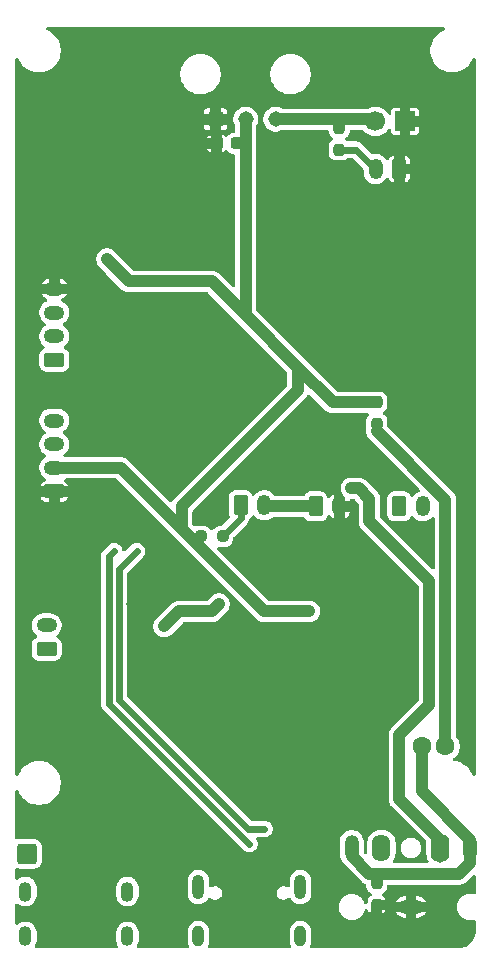
<source format=gbr>
%TF.GenerationSoftware,KiCad,Pcbnew,9.0.1*%
%TF.CreationDate,2025-10-14T12:54:38+02:00*%
%TF.ProjectId,sstc-interrupter,73737463-2d69-46e7-9465-727275707465,rev?*%
%TF.SameCoordinates,Original*%
%TF.FileFunction,Copper,L2,Bot*%
%TF.FilePolarity,Positive*%
%FSLAX46Y46*%
G04 Gerber Fmt 4.6, Leading zero omitted, Abs format (unit mm)*
G04 Created by KiCad (PCBNEW 9.0.1) date 2025-10-14 12:54:38*
%MOMM*%
%LPD*%
G01*
G04 APERTURE LIST*
G04 Aperture macros list*
%AMRoundRect*
0 Rectangle with rounded corners*
0 $1 Rounding radius*
0 $2 $3 $4 $5 $6 $7 $8 $9 X,Y pos of 4 corners*
0 Add a 4 corners polygon primitive as box body*
4,1,4,$2,$3,$4,$5,$6,$7,$8,$9,$2,$3,0*
0 Add four circle primitives for the rounded corners*
1,1,$1+$1,$2,$3*
1,1,$1+$1,$4,$5*
1,1,$1+$1,$6,$7*
1,1,$1+$1,$8,$9*
0 Add four rect primitives between the rounded corners*
20,1,$1+$1,$2,$3,$4,$5,0*
20,1,$1+$1,$4,$5,$6,$7,0*
20,1,$1+$1,$6,$7,$8,$9,0*
20,1,$1+$1,$8,$9,$2,$3,0*%
G04 Aperture macros list end*
%TA.AperFunction,ComponentPad*%
%ADD10RoundRect,0.250000X-0.350000X-0.625000X0.350000X-0.625000X0.350000X0.625000X-0.350000X0.625000X0*%
%TD*%
%TA.AperFunction,ComponentPad*%
%ADD11O,1.200000X1.750000*%
%TD*%
%TA.AperFunction,ComponentPad*%
%ADD12RoundRect,0.250000X0.625000X-0.350000X0.625000X0.350000X-0.625000X0.350000X-0.625000X-0.350000X0*%
%TD*%
%TA.AperFunction,ComponentPad*%
%ADD13O,1.750000X1.200000*%
%TD*%
%TA.AperFunction,ComponentPad*%
%ADD14RoundRect,0.250000X0.350000X0.625000X-0.350000X0.625000X-0.350000X-0.625000X0.350000X-0.625000X0*%
%TD*%
%TA.AperFunction,HeatsinkPad*%
%ADD15O,1.000000X2.100000*%
%TD*%
%TA.AperFunction,HeatsinkPad*%
%ADD16O,1.000000X1.800000*%
%TD*%
%TA.AperFunction,HeatsinkPad*%
%ADD17O,1.100000X1.700000*%
%TD*%
%TA.AperFunction,ComponentPad*%
%ADD18R,1.700000X1.700000*%
%TD*%
%TA.AperFunction,ComponentPad*%
%ADD19C,1.700000*%
%TD*%
%TA.AperFunction,ComponentPad*%
%ADD20C,1.600000*%
%TD*%
%TA.AperFunction,ComponentPad*%
%ADD21R,1.308000X1.308000*%
%TD*%
%TA.AperFunction,ComponentPad*%
%ADD22C,1.308000*%
%TD*%
%TA.AperFunction,ComponentPad*%
%ADD23O,1.200000X2.200000*%
%TD*%
%TA.AperFunction,ComponentPad*%
%ADD24O,1.600000X2.300000*%
%TD*%
%TA.AperFunction,ComponentPad*%
%ADD25O,2.200000X1.200000*%
%TD*%
%TA.AperFunction,ComponentPad*%
%ADD26O,1.600000X2.500000*%
%TD*%
%TA.AperFunction,ComponentPad*%
%ADD27RoundRect,0.250000X-0.600000X-0.600000X0.600000X-0.600000X0.600000X0.600000X-0.600000X0.600000X0*%
%TD*%
%TA.AperFunction,SMDPad,CuDef*%
%ADD28RoundRect,0.237500X-0.237500X0.250000X-0.237500X-0.250000X0.237500X-0.250000X0.237500X0.250000X0*%
%TD*%
%TA.AperFunction,SMDPad,CuDef*%
%ADD29RoundRect,0.237500X0.300000X0.237500X-0.300000X0.237500X-0.300000X-0.237500X0.300000X-0.237500X0*%
%TD*%
%TA.AperFunction,SMDPad,CuDef*%
%ADD30RoundRect,0.237500X-0.250000X-0.237500X0.250000X-0.237500X0.250000X0.237500X-0.250000X0.237500X0*%
%TD*%
%TA.AperFunction,ViaPad*%
%ADD31C,0.500000*%
%TD*%
%TA.AperFunction,Conductor*%
%ADD32C,1.000000*%
%TD*%
%TA.AperFunction,Conductor*%
%ADD33C,0.600000*%
%TD*%
G04 APERTURE END LIST*
D10*
%TO.P,SW1,1,1*%
%TO.N,/trigger*%
X112935000Y-85090000D03*
D11*
%TO.P,SW1,2,2*%
%TO.N,GND*%
X114935000Y-85090000D03*
%TD*%
D12*
%TO.P,J2,1,Pin_1*%
%TO.N,GND*%
X90805000Y-83820000D03*
D13*
%TO.P,J2,2,Pin_2*%
%TO.N,+3V3*%
X90805000Y-81820000D03*
%TO.P,J2,3,Pin_3*%
%TO.N,/scl*%
X90805000Y-79820000D03*
%TO.P,J2,4,Pin_4*%
%TO.N,/sda*%
X90805000Y-77820000D03*
%TD*%
D10*
%TO.P,SW4,1,A*%
%TO.N,Net-(SW4-A)*%
X120015000Y-85090000D03*
D11*
%TO.P,SW4,2,B*%
%TO.N,Net-(D1-K)*%
X122015000Y-85090000D03*
%TD*%
D14*
%TO.P,D3,1,K*%
%TO.N,GND*%
X120015000Y-56515000D03*
D11*
%TO.P,D3,2,A*%
%TO.N,Net-(D3-A)*%
X118015000Y-56515000D03*
%TD*%
D15*
%TO.P,J1,S1,SHIELD*%
%TO.N,/shield*%
X103000000Y-117320000D03*
D16*
X103000000Y-121500000D03*
D15*
X111640000Y-117320000D03*
D16*
X111640000Y-121500000D03*
%TD*%
D17*
%TO.P,J5,S1,SHIELD*%
%TO.N,/shield*%
X88360000Y-117700000D03*
X88360000Y-121500000D03*
X97000000Y-117700000D03*
X97000000Y-121500000D03*
%TD*%
D18*
%TO.P,J4,1,Pin_1*%
%TO.N,GND*%
X120500000Y-52500000D03*
D19*
%TO.P,J4,2,Pin_2*%
%TO.N,/fiber_tx*%
X118000000Y-52500000D03*
%TD*%
D12*
%TO.P,SW2,1,S1*%
%TO.N,/re_sw*%
X90805000Y-72675000D03*
D13*
%TO.P,SW2,2,B*%
%TO.N,/re_b*%
X90805000Y-70675000D03*
%TO.P,SW2,3,A*%
%TO.N,/re_a*%
X90805000Y-68675000D03*
%TO.P,SW2,4,C*%
%TO.N,GND*%
X90805000Y-66675000D03*
%TD*%
D20*
%TO.P,C5,1*%
%TO.N,Net-(C5-Pad1)*%
X121920000Y-105410000D03*
%TO.P,C5,2*%
%TO.N,/jack_line*%
X123920000Y-105410000D03*
%TD*%
D21*
%TO.P,U2,1,GND*%
%TO.N,GND*%
X104460000Y-52310000D03*
D22*
%TO.P,U2,2,VCC*%
%TO.N,+3V3*%
X107000000Y-52310000D03*
%TO.P,U2,3,INPUT*%
%TO.N,/fiber_tx*%
X109540000Y-52310000D03*
%TD*%
D23*
%TO.P,J3,R*%
%TO.N,Net-(C5-Pad1)*%
X116000000Y-114000000D03*
D24*
%TO.P,J3,RN*%
%TO.N,unconnected-(J3-PadRN)*%
X118500000Y-114000000D03*
D25*
%TO.P,J3,S*%
%TO.N,GND*%
X121000000Y-119000000D03*
D23*
%TO.P,J3,T*%
%TO.N,Net-(C5-Pad1)*%
X126000000Y-114000000D03*
D26*
%TO.P,J3,TN*%
%TO.N,/jack_sw*%
X123500000Y-114000000D03*
%TD*%
D27*
%TO.P,J6,1,Pin_1*%
%TO.N,/shield*%
X88500000Y-114500000D03*
%TD*%
D12*
%TO.P,BT1,1,+*%
%TO.N,/bat+*%
X90170000Y-97155000D03*
D13*
%TO.P,BT1,2,-*%
%TO.N,/bat-*%
X90170000Y-95155000D03*
%TD*%
D10*
%TO.P,D2,1,A*%
%TO.N,Net-(D2-A)*%
X106585000Y-84990000D03*
D11*
%TO.P,D2,2,K*%
%TO.N,/trigger*%
X108585000Y-84990000D03*
%TD*%
D28*
%TO.P,R8,1*%
%TO.N,+3V3*%
X118110000Y-76280000D03*
%TO.P,R8,2*%
%TO.N,/jack_line*%
X118110000Y-78105000D03*
%TD*%
D29*
%TO.P,C4,1*%
%TO.N,+3V3*%
X106272500Y-54356000D03*
%TO.P,C4,2*%
%TO.N,GND*%
X104547500Y-54356000D03*
%TD*%
D30*
%TO.P,R6,1*%
%TO.N,+3V3*%
X103227500Y-87630000D03*
%TO.P,R6,2*%
%TO.N,Net-(D2-A)*%
X105052500Y-87630000D03*
%TD*%
D28*
%TO.P,R7,1*%
%TO.N,/fiber_tx*%
X114935000Y-53062500D03*
%TO.P,R7,2*%
%TO.N,Net-(D3-A)*%
X114935000Y-54887500D03*
%TD*%
%TO.P,R10,1*%
%TO.N,Net-(C5-Pad1)*%
X118110000Y-117000000D03*
%TO.P,R10,2*%
%TO.N,GND*%
X118110000Y-118825000D03*
%TD*%
D31*
%TO.N,GND*%
X90000000Y-51000000D03*
X99695000Y-120650000D03*
X99695000Y-118110000D03*
X97155000Y-63500000D03*
X114300000Y-102235000D03*
X116943249Y-63500000D03*
X97155000Y-93345000D03*
X105410000Y-106045000D03*
X125730000Y-100330000D03*
%TO.N,/jack_line*%
X118110000Y-78740000D03*
%TO.N,+3V3*%
X112395000Y-93980000D03*
X95250000Y-64135000D03*
%TO.N,/fiber_tx*%
X113665000Y-52310000D03*
%TO.N,/jack_sw*%
X115951000Y-83566000D03*
%TO.N,/bat-*%
X104762357Y-93345000D03*
X100076000Y-95250000D03*
%TO.N,Net-(J1-D--PadA7)*%
X107315000Y-113665000D03*
X95885000Y-88900000D03*
%TO.N,Net-(J1-D+-PadA6)*%
X108585000Y-112395000D03*
X97790000Y-88900000D03*
%TD*%
D32*
%TO.N,/jack_line*%
X123825000Y-105410000D02*
X123920000Y-105410000D01*
X123920000Y-84550000D02*
X118110000Y-78740000D01*
X123920000Y-104775000D02*
X123920000Y-84550000D01*
%TO.N,/trigger*%
X112935000Y-85090000D02*
X108685000Y-85090000D01*
%TO.N,+3V3*%
X107000000Y-67945000D02*
X107000000Y-52310000D01*
X111442500Y-73342500D02*
X111442500Y-75247500D01*
X114380000Y-76280000D02*
X111442500Y-73342500D01*
X118110000Y-76280000D02*
X114380000Y-76280000D01*
X95915000Y-64800000D02*
X95250000Y-64135000D01*
X101600000Y-85090000D02*
X101600000Y-86995000D01*
X111442500Y-75247500D02*
X101600000Y-85090000D01*
X97155000Y-66040000D02*
X95915000Y-64800000D01*
X108585000Y-93980000D02*
X101600000Y-86995000D01*
X101600000Y-86995000D02*
X96425000Y-81820000D01*
X104140000Y-66040000D02*
X97155000Y-66040000D01*
X107000000Y-68900000D02*
X104140000Y-66040000D01*
X108585000Y-93980000D02*
X112395000Y-93980000D01*
X111442500Y-73342500D02*
X107000000Y-68900000D01*
X96425000Y-81820000D02*
X90805000Y-81820000D01*
X107000000Y-68900000D02*
X107000000Y-67945000D01*
X107000000Y-68260000D02*
X107000000Y-67945000D01*
%TO.N,/fiber_tx*%
X109540000Y-52310000D02*
X117810000Y-52310000D01*
X117810000Y-52310000D02*
X118000000Y-52500000D01*
%TO.N,/jack_sw*%
X117475000Y-86360000D02*
X117475000Y-84455000D01*
X122555000Y-101917500D02*
X122555000Y-91440000D01*
X120015000Y-104457500D02*
X122555000Y-101917500D01*
X116586000Y-83566000D02*
X115951000Y-83566000D01*
X123500000Y-114000000D02*
X123500000Y-113340000D01*
X117475000Y-84455000D02*
X116586000Y-83566000D01*
X122555000Y-91440000D02*
X117475000Y-86360000D01*
X120015000Y-109855000D02*
X120015000Y-104457500D01*
X123500000Y-113340000D02*
X120015000Y-109855000D01*
%TO.N,/bat-*%
X100076000Y-95250000D02*
X101346000Y-93980000D01*
X104127357Y-93980000D02*
X104762357Y-93345000D01*
X101346000Y-93980000D02*
X104127357Y-93980000D01*
D33*
%TO.N,Net-(D3-A)*%
X117975000Y-56515000D02*
X118015000Y-56515000D01*
X116347500Y-54887500D02*
X117975000Y-56515000D01*
X114935000Y-54887500D02*
X116347500Y-54887500D01*
D32*
%TO.N,Net-(C5-Pad1)*%
X121920000Y-105410000D02*
X121920000Y-109220000D01*
X116000000Y-114000000D02*
X116000000Y-114730000D01*
X117475000Y-116205000D02*
X125095000Y-116205000D01*
X126000000Y-113300000D02*
X126000000Y-114000000D01*
X126000000Y-115300000D02*
X126000000Y-114000000D01*
X121920000Y-109220000D02*
X126000000Y-113300000D01*
X116000000Y-114730000D02*
X117475000Y-116205000D01*
X125095000Y-116205000D02*
X126000000Y-115300000D01*
D33*
%TO.N,Net-(D2-A)*%
X106585000Y-86097500D02*
X106585000Y-84990000D01*
X106585000Y-86097500D02*
X105052500Y-87630000D01*
%TO.N,Net-(J1-D--PadA7)*%
X107315000Y-113665000D02*
X95465000Y-101815000D01*
X95465000Y-89320000D02*
X95885000Y-88900000D01*
X95465000Y-101815000D02*
X95465000Y-89320000D01*
%TO.N,Net-(J1-D+-PadA6)*%
X108585000Y-112395000D02*
X107177786Y-112395000D01*
X107177786Y-112395000D02*
X96266000Y-101483214D01*
X96266000Y-101483214D02*
X96266000Y-90424000D01*
X96266000Y-90424000D02*
X97790000Y-88900000D01*
%TD*%
%TA.AperFunction,Conductor*%
%TO.N,GND*%
G36*
X123817057Y-44520462D02*
G01*
X123871595Y-44575000D01*
X123891557Y-44649500D01*
X123871595Y-44724000D01*
X123817057Y-44778538D01*
X123799578Y-44787157D01*
X123747422Y-44808761D01*
X123679783Y-44836778D01*
X123469712Y-44958063D01*
X123469711Y-44958064D01*
X123277262Y-45105735D01*
X123277260Y-45105736D01*
X123277256Y-45105740D01*
X123105740Y-45277256D01*
X122958063Y-45469712D01*
X122836778Y-45679783D01*
X122743947Y-45903896D01*
X122681160Y-46138218D01*
X122649500Y-46378706D01*
X122649500Y-46621293D01*
X122681160Y-46861781D01*
X122681161Y-46861787D01*
X122681162Y-46861789D01*
X122743946Y-47096100D01*
X122836776Y-47320212D01*
X122958064Y-47530289D01*
X123105735Y-47722738D01*
X123277262Y-47894265D01*
X123469711Y-48041936D01*
X123679788Y-48163224D01*
X123903900Y-48256054D01*
X124138211Y-48318838D01*
X124138217Y-48318838D01*
X124138218Y-48318839D01*
X124203600Y-48327446D01*
X124378712Y-48350500D01*
X124621288Y-48350500D01*
X124861789Y-48318838D01*
X125096100Y-48256054D01*
X125320212Y-48163224D01*
X125530289Y-48041936D01*
X125722738Y-47894265D01*
X125894265Y-47722738D01*
X126041936Y-47530289D01*
X126163224Y-47320212D01*
X126212843Y-47200420D01*
X126259794Y-47139232D01*
X126331052Y-47109717D01*
X126407520Y-47119784D01*
X126468710Y-47166736D01*
X126498225Y-47237994D01*
X126499500Y-47257442D01*
X126499500Y-107742557D01*
X126479538Y-107817057D01*
X126425000Y-107871595D01*
X126350500Y-107891557D01*
X126276000Y-107871595D01*
X126221462Y-107817057D01*
X126212842Y-107799577D01*
X126197279Y-107762005D01*
X126163224Y-107679788D01*
X126041936Y-107469711D01*
X125894265Y-107277262D01*
X125722738Y-107105735D01*
X125530289Y-106958064D01*
X125341217Y-106848903D01*
X125320216Y-106836778D01*
X125320214Y-106836777D01*
X125320212Y-106836776D01*
X125149126Y-106765910D01*
X125096103Y-106743947D01*
X125096101Y-106743946D01*
X125096100Y-106743946D01*
X124861789Y-106681162D01*
X124861787Y-106681161D01*
X124861781Y-106681160D01*
X124682641Y-106657576D01*
X124611384Y-106628061D01*
X124564431Y-106566871D01*
X124554364Y-106490403D01*
X124583879Y-106419146D01*
X124614503Y-106389313D01*
X124702073Y-106325690D01*
X124835690Y-106192073D01*
X124946760Y-106039199D01*
X125032547Y-105870832D01*
X125090940Y-105691118D01*
X125120500Y-105504481D01*
X125120500Y-105315519D01*
X125090940Y-105128882D01*
X125032547Y-104949168D01*
X124946760Y-104780801D01*
X124848957Y-104646187D01*
X124821316Y-104574182D01*
X124820500Y-104558607D01*
X124820500Y-84461308D01*
X124808167Y-84399306D01*
X124804179Y-84379258D01*
X124785895Y-84287334D01*
X124724881Y-84140035D01*
X124718013Y-84123453D01*
X124630544Y-83992547D01*
X124619464Y-83975964D01*
X119029140Y-78385640D01*
X118990576Y-78318845D01*
X118985499Y-78280281D01*
X118985499Y-77790577D01*
X118985499Y-77790572D01*
X118985499Y-77790566D01*
X118982654Y-77754402D01*
X118937681Y-77599606D01*
X118855626Y-77460857D01*
X118741643Y-77346874D01*
X118741642Y-77346873D01*
X118741639Y-77346871D01*
X118697471Y-77320751D01*
X118643507Y-77265646D01*
X118624325Y-77190941D01*
X118645066Y-77116654D01*
X118697471Y-77064249D01*
X118733638Y-77042860D01*
X118741643Y-77038126D01*
X118855626Y-76924143D01*
X118937681Y-76785394D01*
X118982654Y-76630598D01*
X118985500Y-76594435D01*
X118985499Y-76509050D01*
X118988362Y-76479980D01*
X119010500Y-76368691D01*
X119010500Y-76191309D01*
X118988362Y-76080015D01*
X118985499Y-76050946D01*
X118985499Y-75965577D01*
X118985499Y-75965566D01*
X118982654Y-75929402D01*
X118937681Y-75774606D01*
X118855626Y-75635857D01*
X118741643Y-75521874D01*
X118681970Y-75486584D01*
X118602893Y-75439818D01*
X118448106Y-75394847D01*
X118448101Y-75394846D01*
X118438235Y-75394069D01*
X118411935Y-75392000D01*
X118411927Y-75392000D01*
X118276208Y-75392000D01*
X118247140Y-75389137D01*
X118198691Y-75379500D01*
X114814717Y-75379500D01*
X114740217Y-75359538D01*
X114709358Y-75335859D01*
X114186281Y-74812782D01*
X112016536Y-72643036D01*
X112016533Y-72643034D01*
X107944141Y-68570641D01*
X107905577Y-68503846D01*
X107900500Y-68465282D01*
X107900500Y-52905554D01*
X107920462Y-52831054D01*
X107925596Y-52822796D01*
X107934486Y-52809493D01*
X108013976Y-52617586D01*
X108054500Y-52413859D01*
X108054500Y-52206141D01*
X108054500Y-52206140D01*
X108485500Y-52206140D01*
X108485500Y-52413859D01*
X108526023Y-52617583D01*
X108526024Y-52617587D01*
X108605510Y-52809485D01*
X108605514Y-52809493D01*
X108710039Y-52965925D01*
X108720917Y-52982204D01*
X108867796Y-53129083D01*
X109040507Y-53244486D01*
X109232414Y-53323976D01*
X109436141Y-53364500D01*
X109643859Y-53364500D01*
X109847586Y-53323976D01*
X110039493Y-53244486D01*
X110052775Y-53235610D01*
X110125807Y-53210819D01*
X110135554Y-53210500D01*
X113910501Y-53210500D01*
X113985001Y-53230462D01*
X114039539Y-53285000D01*
X114059501Y-53359500D01*
X114059501Y-53376940D01*
X114062345Y-53413093D01*
X114062345Y-53413096D01*
X114062346Y-53413098D01*
X114095821Y-53528319D01*
X114107320Y-53567896D01*
X114126228Y-53599868D01*
X114189374Y-53706643D01*
X114303357Y-53820626D01*
X114344209Y-53844785D01*
X114347529Y-53846749D01*
X114401493Y-53901855D01*
X114420674Y-53976560D01*
X114399933Y-54050847D01*
X114347529Y-54103251D01*
X114303358Y-54129373D01*
X114303355Y-54129375D01*
X114189375Y-54243355D01*
X114189373Y-54243358D01*
X114107318Y-54382106D01*
X114062347Y-54536893D01*
X114062346Y-54536898D01*
X114062346Y-54536902D01*
X114059500Y-54573065D01*
X114059500Y-54573071D01*
X114059500Y-54573072D01*
X114059500Y-55201922D01*
X114059501Y-55201940D01*
X114062345Y-55238093D01*
X114062345Y-55238096D01*
X114062346Y-55238098D01*
X114107319Y-55392894D01*
X114189374Y-55531643D01*
X114303357Y-55645626D01*
X114411120Y-55709356D01*
X114442106Y-55727681D01*
X114596893Y-55772652D01*
X114596898Y-55772653D01*
X114596902Y-55772654D01*
X114633065Y-55775500D01*
X115236934Y-55775499D01*
X115273098Y-55772654D01*
X115427894Y-55727681D01*
X115566643Y-55645626D01*
X115580628Y-55631641D01*
X115647423Y-55593077D01*
X115685987Y-55588000D01*
X115995625Y-55588000D01*
X116070125Y-55607962D01*
X116100984Y-55631641D01*
X116970859Y-56501516D01*
X117009423Y-56568311D01*
X117014500Y-56606875D01*
X117014500Y-56888539D01*
X117052948Y-57081834D01*
X117052949Y-57081836D01*
X117128367Y-57263912D01*
X117128368Y-57263915D01*
X117147485Y-57292525D01*
X117237861Y-57427782D01*
X117377218Y-57567139D01*
X117462197Y-57623920D01*
X117541084Y-57676631D01*
X117541085Y-57676631D01*
X117541086Y-57676632D01*
X117723165Y-57752051D01*
X117916459Y-57790500D01*
X117916460Y-57790500D01*
X118113540Y-57790500D01*
X118113541Y-57790500D01*
X118306835Y-57752051D01*
X118488914Y-57676632D01*
X118652782Y-57567139D01*
X118792139Y-57427782D01*
X118882515Y-57292523D01*
X118940502Y-57241671D01*
X119016148Y-57226624D01*
X119089183Y-57251416D01*
X119140037Y-57309404D01*
X119145014Y-57320643D01*
X119181077Y-57412092D01*
X119181079Y-57412095D01*
X119272433Y-57532562D01*
X119272437Y-57532566D01*
X119392904Y-57623920D01*
X119392903Y-57623920D01*
X119533558Y-57679386D01*
X119533555Y-57679386D01*
X119564999Y-57683161D01*
X119565000Y-57683161D01*
X120465000Y-57683161D01*
X120496442Y-57679386D01*
X120637096Y-57623920D01*
X120757562Y-57532566D01*
X120757566Y-57532562D01*
X120848920Y-57412096D01*
X120904386Y-57271443D01*
X120914999Y-57183060D01*
X120915000Y-57183058D01*
X120915000Y-56965000D01*
X120465000Y-56965000D01*
X120465000Y-57683161D01*
X119565000Y-57683161D01*
X119565000Y-56462339D01*
X119615000Y-56462339D01*
X119615000Y-56567661D01*
X119642259Y-56669394D01*
X119694920Y-56760606D01*
X119769394Y-56835080D01*
X119860606Y-56887741D01*
X119962339Y-56915000D01*
X120067661Y-56915000D01*
X120169394Y-56887741D01*
X120260606Y-56835080D01*
X120335080Y-56760606D01*
X120387741Y-56669394D01*
X120415000Y-56567661D01*
X120415000Y-56462339D01*
X120387741Y-56360606D01*
X120335080Y-56269394D01*
X120260606Y-56194920D01*
X120169394Y-56142259D01*
X120067661Y-56115000D01*
X119962339Y-56115000D01*
X119860606Y-56142259D01*
X119769394Y-56194920D01*
X119694920Y-56269394D01*
X119642259Y-56360606D01*
X119615000Y-56462339D01*
X119565000Y-56462339D01*
X119565000Y-56065000D01*
X120465000Y-56065000D01*
X120915000Y-56065000D01*
X120915000Y-55846941D01*
X120914999Y-55846939D01*
X120904386Y-55758556D01*
X120848920Y-55617903D01*
X120757566Y-55497437D01*
X120757562Y-55497433D01*
X120637095Y-55406079D01*
X120637096Y-55406079D01*
X120496447Y-55350615D01*
X120465000Y-55346837D01*
X120465000Y-56065000D01*
X119565000Y-56065000D01*
X119565000Y-55346837D01*
X119533552Y-55350615D01*
X119392904Y-55406079D01*
X119272437Y-55497433D01*
X119272433Y-55497437D01*
X119181079Y-55617904D01*
X119181076Y-55617907D01*
X119145014Y-55709356D01*
X119099113Y-55771338D01*
X119028370Y-55802066D01*
X118951741Y-55793305D01*
X118889759Y-55747404D01*
X118882514Y-55737474D01*
X118792139Y-55602218D01*
X118652782Y-55462861D01*
X118548069Y-55392894D01*
X118488915Y-55353368D01*
X118488912Y-55353367D01*
X118306836Y-55277949D01*
X118306834Y-55277948D01*
X118151989Y-55247147D01*
X118113541Y-55239500D01*
X117916459Y-55239500D01*
X117805814Y-55261508D01*
X117728851Y-55256463D01*
X117671387Y-55220730D01*
X116794046Y-54343389D01*
X116794043Y-54343386D01*
X116679311Y-54266725D01*
X116679308Y-54266723D01*
X116679302Y-54266720D01*
X116551829Y-54213920D01*
X116551827Y-54213919D01*
X116416497Y-54187000D01*
X116416494Y-54187000D01*
X116416493Y-54187000D01*
X115685987Y-54187000D01*
X115611487Y-54167038D01*
X115599037Y-54158999D01*
X115589196Y-54151927D01*
X115566643Y-54129374D01*
X115516753Y-54099869D01*
X115511367Y-54095999D01*
X115491002Y-54071116D01*
X115468507Y-54048146D01*
X115466817Y-54041568D01*
X115462517Y-54036313D01*
X115457321Y-54004585D01*
X115449325Y-53973441D01*
X115451151Y-53966899D01*
X115450054Y-53960198D01*
X115461420Y-53930119D01*
X115470066Y-53899154D01*
X115474978Y-53894241D01*
X115477318Y-53888050D01*
X115498535Y-53870684D01*
X115522471Y-53846749D01*
X115527602Y-53843714D01*
X115566643Y-53820626D01*
X115680626Y-53706643D01*
X115762681Y-53567894D01*
X115795822Y-53453825D01*
X115807652Y-53413106D01*
X115807653Y-53413101D01*
X115807652Y-53413101D01*
X115807654Y-53413098D01*
X115810500Y-53376935D01*
X115810500Y-53359500D01*
X115830462Y-53285000D01*
X115885000Y-53230462D01*
X115959500Y-53210500D01*
X116894587Y-53210500D01*
X116969087Y-53230462D01*
X117015126Y-53271916D01*
X117046172Y-53314646D01*
X117185354Y-53453828D01*
X117344595Y-53569524D01*
X117519975Y-53658884D01*
X117707174Y-53719709D01*
X117901583Y-53750500D01*
X117901588Y-53750500D01*
X118098412Y-53750500D01*
X118098417Y-53750500D01*
X118292826Y-53719709D01*
X118480025Y-53658884D01*
X118655405Y-53569524D01*
X118814646Y-53453828D01*
X118953828Y-53314646D01*
X119069524Y-53155405D01*
X119069530Y-53155391D01*
X119072585Y-53150410D01*
X119074153Y-53151371D01*
X119119804Y-53100634D01*
X119193149Y-53076774D01*
X119268597Y-53092783D01*
X119325933Y-53144371D01*
X119349793Y-53217716D01*
X119350000Y-53225566D01*
X119350000Y-53394794D01*
X119352909Y-53419874D01*
X119398212Y-53522477D01*
X119477521Y-53601786D01*
X119580128Y-53647091D01*
X119605204Y-53649999D01*
X120050000Y-53649999D01*
X120950000Y-53649999D01*
X121394795Y-53649999D01*
X121419874Y-53647090D01*
X121522477Y-53601787D01*
X121522478Y-53601787D01*
X121601786Y-53522478D01*
X121647091Y-53419871D01*
X121650000Y-53394795D01*
X121650000Y-52950000D01*
X120950000Y-52950000D01*
X120950000Y-53649999D01*
X120050000Y-53649999D01*
X120050000Y-52720575D01*
X120099901Y-52807007D01*
X120192993Y-52900099D01*
X120307007Y-52965925D01*
X120434174Y-53000000D01*
X120565826Y-53000000D01*
X120692993Y-52965925D01*
X120807007Y-52900099D01*
X120900099Y-52807007D01*
X120965925Y-52692993D01*
X121000000Y-52565826D01*
X121000000Y-52434174D01*
X120965925Y-52307007D01*
X120900099Y-52192993D01*
X120807007Y-52099901D01*
X120720576Y-52050000D01*
X120950000Y-52050000D01*
X121649999Y-52050000D01*
X121649999Y-51605205D01*
X121647090Y-51580125D01*
X121601787Y-51477522D01*
X121522478Y-51398213D01*
X121419871Y-51352908D01*
X121394796Y-51350000D01*
X120950000Y-51350000D01*
X120950000Y-52050000D01*
X120720576Y-52050000D01*
X120692993Y-52034075D01*
X120565826Y-52000000D01*
X120434174Y-52000000D01*
X120307007Y-52034075D01*
X120192993Y-52099901D01*
X120099901Y-52192993D01*
X120050000Y-52279424D01*
X120050000Y-51350000D01*
X119605205Y-51350000D01*
X119580125Y-51352909D01*
X119477522Y-51398212D01*
X119477522Y-51398213D01*
X119398213Y-51477521D01*
X119352908Y-51580128D01*
X119350000Y-51605204D01*
X119350000Y-51774430D01*
X119330038Y-51848930D01*
X119275500Y-51903468D01*
X119201000Y-51923430D01*
X119126500Y-51903468D01*
X119072607Y-51849575D01*
X119072585Y-51849590D01*
X119072526Y-51849494D01*
X119071962Y-51848930D01*
X119070262Y-51845799D01*
X119069527Y-51844602D01*
X119069524Y-51844595D01*
X118953828Y-51685354D01*
X118814646Y-51546172D01*
X118655405Y-51430476D01*
X118582364Y-51393260D01*
X118480036Y-51341121D01*
X118480030Y-51341119D01*
X118480025Y-51341116D01*
X118292826Y-51280291D01*
X118098417Y-51249500D01*
X117901583Y-51249500D01*
X117707174Y-51280291D01*
X117519975Y-51341116D01*
X117417635Y-51393260D01*
X117349992Y-51409500D01*
X110135554Y-51409500D01*
X110061054Y-51389538D01*
X110052796Y-51384403D01*
X110039493Y-51375514D01*
X110039490Y-51375512D01*
X110039486Y-51375510D01*
X109847587Y-51296024D01*
X109847583Y-51296023D01*
X109643859Y-51255500D01*
X109436141Y-51255500D01*
X109232416Y-51296023D01*
X109232412Y-51296024D01*
X109040514Y-51375510D01*
X109040506Y-51375514D01*
X108867799Y-51490914D01*
X108867794Y-51490918D01*
X108720918Y-51637794D01*
X108720914Y-51637799D01*
X108605514Y-51810506D01*
X108605510Y-51810514D01*
X108526024Y-52002412D01*
X108526023Y-52002416D01*
X108485500Y-52206140D01*
X108054500Y-52206140D01*
X108013976Y-52002414D01*
X107934486Y-51810507D01*
X107819083Y-51637796D01*
X107672204Y-51490917D01*
X107661135Y-51483521D01*
X107499493Y-51375514D01*
X107499485Y-51375510D01*
X107307587Y-51296024D01*
X107307583Y-51296023D01*
X107103859Y-51255500D01*
X106896141Y-51255500D01*
X106692416Y-51296023D01*
X106692412Y-51296024D01*
X106500514Y-51375510D01*
X106500506Y-51375514D01*
X106327799Y-51490914D01*
X106327794Y-51490918D01*
X106180918Y-51637794D01*
X106180914Y-51637799D01*
X106065514Y-51810506D01*
X106065510Y-51810514D01*
X105986024Y-52002412D01*
X105986023Y-52002416D01*
X105945500Y-52206140D01*
X105945500Y-52413859D01*
X105986023Y-52617583D01*
X105986024Y-52617587D01*
X106065510Y-52809486D01*
X106065512Y-52809490D01*
X106065514Y-52809493D01*
X106074389Y-52822775D01*
X106099181Y-52895807D01*
X106099500Y-52905554D01*
X106099500Y-53331500D01*
X106079538Y-53406000D01*
X106025000Y-53460538D01*
X105950503Y-53480500D01*
X105908079Y-53480500D01*
X105908059Y-53480501D01*
X105871906Y-53483345D01*
X105871902Y-53483346D01*
X105717103Y-53528320D01*
X105578358Y-53610373D01*
X105578355Y-53610375D01*
X105464369Y-53724361D01*
X105461477Y-53728090D01*
X105458009Y-53730721D01*
X105457745Y-53730986D01*
X105457708Y-53730949D01*
X105400039Y-53774717D01*
X105323519Y-53784379D01*
X105252419Y-53754486D01*
X105239242Y-53741171D01*
X105238350Y-53742064D01*
X105231141Y-53734855D01*
X105113410Y-53645578D01*
X105113410Y-53645577D01*
X104997500Y-53599868D01*
X104997500Y-55112130D01*
X105113410Y-55066421D01*
X105231141Y-54977144D01*
X105238350Y-54969936D01*
X105241227Y-54972813D01*
X105284821Y-54938389D01*
X105361141Y-54927258D01*
X105432802Y-54955780D01*
X105461481Y-54983914D01*
X105464372Y-54987641D01*
X105464374Y-54987643D01*
X105578357Y-55101626D01*
X105717106Y-55183681D01*
X105871893Y-55228652D01*
X105871898Y-55228653D01*
X105871902Y-55228654D01*
X105908065Y-55231500D01*
X105950499Y-55231499D01*
X106024997Y-55251460D01*
X106079536Y-55305996D01*
X106099500Y-55380496D01*
X106099500Y-66366282D01*
X106079538Y-66440782D01*
X106025000Y-66495320D01*
X105950500Y-66515282D01*
X105876000Y-66495320D01*
X105845141Y-66471641D01*
X104714038Y-65340538D01*
X104714030Y-65340531D01*
X104660571Y-65304812D01*
X104660565Y-65304808D01*
X104654959Y-65301063D01*
X104566547Y-65241987D01*
X104484606Y-65208046D01*
X104402666Y-65174105D01*
X104402664Y-65174104D01*
X104402663Y-65174104D01*
X104228692Y-65139500D01*
X104228691Y-65139500D01*
X97589718Y-65139500D01*
X97515218Y-65119538D01*
X97484359Y-65095859D01*
X95824036Y-63435536D01*
X95676547Y-63336988D01*
X95512666Y-63269105D01*
X95512664Y-63269104D01*
X95512663Y-63269104D01*
X95338692Y-63234500D01*
X95161308Y-63234500D01*
X94987336Y-63269104D01*
X94823454Y-63336987D01*
X94675965Y-63435535D01*
X94675963Y-63435536D01*
X94550536Y-63560963D01*
X94550535Y-63560965D01*
X94451987Y-63708454D01*
X94384104Y-63872336D01*
X94349500Y-64046307D01*
X94349500Y-64046308D01*
X94349500Y-64223692D01*
X94384105Y-64397666D01*
X94451988Y-64561547D01*
X94550536Y-64709036D01*
X95215536Y-65374036D01*
X96580964Y-66739464D01*
X96654709Y-66788738D01*
X96728453Y-66838013D01*
X96776452Y-66857895D01*
X96892334Y-66905895D01*
X97066308Y-66940500D01*
X97066309Y-66940500D01*
X103705282Y-66940500D01*
X103779782Y-66960462D01*
X103810641Y-66984141D01*
X106300534Y-69474033D01*
X106300536Y-69474036D01*
X108421800Y-71595299D01*
X110498359Y-73671858D01*
X110536923Y-73738653D01*
X110542000Y-73777217D01*
X110542000Y-74812782D01*
X110522038Y-74887282D01*
X110498359Y-74918141D01*
X100900536Y-84515963D01*
X100900531Y-84515969D01*
X100882010Y-84543690D01*
X100882008Y-84543693D01*
X100798698Y-84668373D01*
X100740710Y-84719227D01*
X100665064Y-84734273D01*
X100592029Y-84709480D01*
X100569451Y-84690951D01*
X96999038Y-81120538D01*
X96999030Y-81120531D01*
X96945571Y-81084812D01*
X96945565Y-81084808D01*
X96939959Y-81081063D01*
X96851547Y-81021987D01*
X96769606Y-80988046D01*
X96687666Y-80954105D01*
X96687664Y-80954104D01*
X96687663Y-80954104D01*
X96513692Y-80919500D01*
X96513691Y-80919500D01*
X91726522Y-80919500D01*
X91652022Y-80899538D01*
X91597484Y-80845000D01*
X91577522Y-80770500D01*
X91597484Y-80696000D01*
X91643739Y-80646612D01*
X91717782Y-80597139D01*
X91857139Y-80457782D01*
X91966632Y-80293914D01*
X92042051Y-80111835D01*
X92080500Y-79918541D01*
X92080500Y-79721459D01*
X92042051Y-79528165D01*
X91966632Y-79346086D01*
X91857139Y-79182218D01*
X91717782Y-79042861D01*
X91569660Y-78943889D01*
X91518806Y-78885901D01*
X91503759Y-78810255D01*
X91528551Y-78737220D01*
X91569660Y-78696111D01*
X91582930Y-78687243D01*
X91717782Y-78597139D01*
X91857139Y-78457782D01*
X91966632Y-78293914D01*
X92042051Y-78111835D01*
X92080500Y-77918541D01*
X92080500Y-77721459D01*
X92042051Y-77528165D01*
X91966632Y-77346086D01*
X91857139Y-77182218D01*
X91717782Y-77042861D01*
X91622899Y-76979462D01*
X91553915Y-76933368D01*
X91553912Y-76933367D01*
X91371836Y-76857949D01*
X91371834Y-76857948D01*
X91216989Y-76827147D01*
X91178541Y-76819500D01*
X90431459Y-76819500D01*
X90399389Y-76825878D01*
X90238165Y-76857948D01*
X90238163Y-76857949D01*
X90056087Y-76933367D01*
X90056084Y-76933368D01*
X89892219Y-77042860D01*
X89892214Y-77042864D01*
X89752864Y-77182214D01*
X89752860Y-77182219D01*
X89643368Y-77346084D01*
X89643367Y-77346087D01*
X89567949Y-77528163D01*
X89567948Y-77528165D01*
X89529500Y-77721460D01*
X89529500Y-77918539D01*
X89567948Y-78111834D01*
X89567949Y-78111836D01*
X89643367Y-78293912D01*
X89643368Y-78293915D01*
X89660026Y-78318845D01*
X89752861Y-78457782D01*
X89892218Y-78597139D01*
X90026986Y-78687188D01*
X90040340Y-78696111D01*
X90091193Y-78754100D01*
X90106240Y-78829746D01*
X90081448Y-78902781D01*
X90040339Y-78943889D01*
X89892220Y-79042860D01*
X89892214Y-79042864D01*
X89752864Y-79182214D01*
X89752860Y-79182219D01*
X89643368Y-79346084D01*
X89643367Y-79346087D01*
X89567949Y-79528163D01*
X89567948Y-79528165D01*
X89529500Y-79721460D01*
X89529500Y-79918539D01*
X89567948Y-80111834D01*
X89567949Y-80111836D01*
X89643367Y-80293912D01*
X89643368Y-80293915D01*
X89716197Y-80402911D01*
X89752861Y-80457782D01*
X89892218Y-80597139D01*
X90026986Y-80687188D01*
X90040340Y-80696111D01*
X90091193Y-80754100D01*
X90106240Y-80829746D01*
X90081448Y-80902781D01*
X90040339Y-80943889D01*
X89923459Y-81021987D01*
X89892214Y-81042864D01*
X89752864Y-81182214D01*
X89752860Y-81182219D01*
X89643368Y-81346084D01*
X89643367Y-81346087D01*
X89567949Y-81528163D01*
X89567948Y-81528165D01*
X89529500Y-81721460D01*
X89529500Y-81918539D01*
X89567948Y-82111834D01*
X89567949Y-82111836D01*
X89643367Y-82293912D01*
X89643368Y-82293915D01*
X89716197Y-82402911D01*
X89752861Y-82457782D01*
X89892218Y-82597139D01*
X89994528Y-82665500D01*
X90027474Y-82687514D01*
X90078328Y-82745502D01*
X90093375Y-82821148D01*
X90068583Y-82894183D01*
X90010595Y-82945037D01*
X89999356Y-82950014D01*
X89907907Y-82986076D01*
X89907904Y-82986079D01*
X89787437Y-83077433D01*
X89787433Y-83077437D01*
X89696079Y-83197903D01*
X89640613Y-83338557D01*
X89636838Y-83369999D01*
X89636839Y-83370000D01*
X91973161Y-83370000D01*
X91973161Y-83369999D01*
X91969386Y-83338557D01*
X91913920Y-83197903D01*
X91822566Y-83077437D01*
X91822562Y-83077433D01*
X91704923Y-82988223D01*
X91657623Y-82927301D01*
X91647122Y-82850891D01*
X91676232Y-82779468D01*
X91737154Y-82732168D01*
X91794955Y-82720500D01*
X95990282Y-82720500D01*
X96064782Y-82740462D01*
X96095641Y-82764141D01*
X100900535Y-87569035D01*
X100900536Y-87569036D01*
X107885536Y-94554035D01*
X108010965Y-94679464D01*
X108158453Y-94778013D01*
X108158455Y-94778014D01*
X108158457Y-94778015D01*
X108206451Y-94797895D01*
X108206452Y-94797895D01*
X108322334Y-94845895D01*
X108496308Y-94880500D01*
X112483691Y-94880500D01*
X112657666Y-94845894D01*
X112821547Y-94778013D01*
X112969035Y-94679464D01*
X113094464Y-94554035D01*
X113193013Y-94406547D01*
X113260894Y-94242666D01*
X113295500Y-94068691D01*
X113295500Y-93891309D01*
X113260894Y-93717334D01*
X113193013Y-93553453D01*
X113094464Y-93405965D01*
X112969035Y-93280536D01*
X112969031Y-93280533D01*
X112821548Y-93181987D01*
X112821546Y-93181986D01*
X112657667Y-93114106D01*
X112657663Y-93114105D01*
X112483691Y-93079500D01*
X109019717Y-93079500D01*
X108945217Y-93059538D01*
X108914358Y-93035859D01*
X104638358Y-88759858D01*
X104599794Y-88693063D01*
X104599794Y-88615935D01*
X104638358Y-88549140D01*
X104705153Y-88510576D01*
X104743709Y-88505499D01*
X105366934Y-88505499D01*
X105403098Y-88502654D01*
X105557894Y-88457681D01*
X105696643Y-88375626D01*
X105810626Y-88261643D01*
X105892681Y-88122894D01*
X105937654Y-87968098D01*
X105940500Y-87931935D01*
X105940499Y-87794373D01*
X105960461Y-87719875D01*
X105984136Y-87689019D01*
X107129114Y-86544043D01*
X107159816Y-86498092D01*
X107159819Y-86498088D01*
X107205773Y-86429314D01*
X107205778Y-86429304D01*
X107232206Y-86365500D01*
X107258580Y-86301828D01*
X107273196Y-86228347D01*
X107307309Y-86159174D01*
X107330390Y-86140030D01*
X107329457Y-86138827D01*
X107336858Y-86133084D01*
X107336865Y-86133081D01*
X107453081Y-86016865D01*
X107534888Y-85878535D01*
X107589994Y-85824572D01*
X107664699Y-85805391D01*
X107738986Y-85826132D01*
X107787027Y-85871602D01*
X107800008Y-85891030D01*
X107807861Y-85902782D01*
X107947218Y-86042139D01*
X108056215Y-86114968D01*
X108111084Y-86151631D01*
X108111085Y-86151631D01*
X108111086Y-86151632D01*
X108293165Y-86227051D01*
X108486459Y-86265500D01*
X108486460Y-86265500D01*
X108683540Y-86265500D01*
X108683541Y-86265500D01*
X108876835Y-86227051D01*
X109058914Y-86151632D01*
X109222782Y-86042139D01*
X109230780Y-86034141D01*
X109297575Y-85995577D01*
X109336139Y-85990500D01*
X111907199Y-85990500D01*
X111981699Y-86010462D01*
X112035450Y-86063654D01*
X112066915Y-86116860D01*
X112066918Y-86116863D01*
X112066919Y-86116865D01*
X112183135Y-86233081D01*
X112324602Y-86316744D01*
X112482428Y-86362597D01*
X112482427Y-86362597D01*
X112482431Y-86362598D01*
X112519306Y-86365500D01*
X112519313Y-86365500D01*
X113350687Y-86365500D01*
X113350694Y-86365500D01*
X113387569Y-86362598D01*
X113545398Y-86316744D01*
X113686865Y-86233081D01*
X113803081Y-86116865D01*
X113886744Y-85975398D01*
X113910740Y-85892803D01*
X113950692Y-85826834D01*
X114018280Y-85789677D01*
X114095391Y-85791292D01*
X114161364Y-85831246D01*
X114177710Y-85851595D01*
X114235921Y-85938713D01*
X114235927Y-85938720D01*
X114361282Y-86064075D01*
X114361284Y-86064076D01*
X114485000Y-86146739D01*
X115385000Y-86146739D01*
X115508715Y-86064076D01*
X115508717Y-86064075D01*
X115634072Y-85938720D01*
X115634076Y-85938715D01*
X115732569Y-85791312D01*
X115800414Y-85627517D01*
X115817823Y-85540000D01*
X115385000Y-85540000D01*
X115385000Y-86146739D01*
X114485000Y-86146739D01*
X114485000Y-85037339D01*
X114535000Y-85037339D01*
X114535000Y-85142661D01*
X114562259Y-85244394D01*
X114614920Y-85335606D01*
X114689394Y-85410080D01*
X114780606Y-85462741D01*
X114882339Y-85490000D01*
X114987661Y-85490000D01*
X115089394Y-85462741D01*
X115180606Y-85410080D01*
X115255080Y-85335606D01*
X115307741Y-85244394D01*
X115335000Y-85142661D01*
X115335000Y-85037339D01*
X115307741Y-84935606D01*
X115255080Y-84844394D01*
X115180606Y-84769920D01*
X115089394Y-84717259D01*
X114987661Y-84690000D01*
X114882339Y-84690000D01*
X114780606Y-84717259D01*
X114689394Y-84769920D01*
X114614920Y-84844394D01*
X114562259Y-84935606D01*
X114535000Y-85037339D01*
X114485000Y-85037339D01*
X114485000Y-84033259D01*
X114361284Y-84115923D01*
X114361279Y-84115927D01*
X114235924Y-84241282D01*
X114177710Y-84328405D01*
X114119721Y-84379258D01*
X114044075Y-84394304D01*
X113971040Y-84369511D01*
X113920187Y-84311522D01*
X113910741Y-84287200D01*
X113886744Y-84204602D01*
X113879729Y-84192741D01*
X113848559Y-84140035D01*
X113803081Y-84063135D01*
X113686865Y-83946919D01*
X113616131Y-83905087D01*
X113545400Y-83863257D01*
X113545399Y-83863256D01*
X113545398Y-83863256D01*
X113479279Y-83844046D01*
X113387571Y-83817402D01*
X113387572Y-83817402D01*
X113376506Y-83816531D01*
X113350694Y-83814500D01*
X112519306Y-83814500D01*
X112494722Y-83816434D01*
X112482428Y-83817402D01*
X112324599Y-83863257D01*
X112183136Y-83946918D01*
X112183133Y-83946920D01*
X112066920Y-84063133D01*
X112066915Y-84063139D01*
X112035450Y-84116346D01*
X111980344Y-84170310D01*
X111907199Y-84189500D01*
X109516805Y-84189500D01*
X109442305Y-84169538D01*
X109392916Y-84123280D01*
X109388000Y-84115923D01*
X109362139Y-84077218D01*
X109222782Y-83937861D01*
X109137624Y-83880960D01*
X109058915Y-83828368D01*
X109058912Y-83828367D01*
X108876836Y-83752949D01*
X108876834Y-83752948D01*
X108698130Y-83717402D01*
X108683541Y-83714500D01*
X108486459Y-83714500D01*
X108471870Y-83717402D01*
X108293165Y-83752948D01*
X108293163Y-83752949D01*
X108111087Y-83828367D01*
X108111084Y-83828368D01*
X107947219Y-83937860D01*
X107947214Y-83937864D01*
X107807864Y-84077214D01*
X107807856Y-84077224D01*
X107787026Y-84108398D01*
X107729038Y-84159251D01*
X107653391Y-84174297D01*
X107580357Y-84149503D01*
X107534888Y-84101463D01*
X107470475Y-83992547D01*
X107453081Y-83963135D01*
X107336865Y-83846919D01*
X107195398Y-83763256D01*
X107129279Y-83744046D01*
X107037571Y-83717402D01*
X107037572Y-83717402D01*
X107026506Y-83716531D01*
X107000694Y-83714500D01*
X106169306Y-83714500D01*
X106144722Y-83716434D01*
X106132428Y-83717402D01*
X105974599Y-83763257D01*
X105833136Y-83846918D01*
X105833133Y-83846920D01*
X105716920Y-83963133D01*
X105716918Y-83963136D01*
X105633257Y-84104599D01*
X105587402Y-84262428D01*
X105587402Y-84262431D01*
X105584500Y-84299306D01*
X105584500Y-85680694D01*
X105586757Y-85709374D01*
X105587402Y-85717571D01*
X105633257Y-85875401D01*
X105642500Y-85891030D01*
X105663240Y-85965317D01*
X105644058Y-86040022D01*
X105619607Y-86072234D01*
X104980982Y-86710859D01*
X104914187Y-86749423D01*
X104875624Y-86754500D01*
X104738078Y-86754500D01*
X104738059Y-86754501D01*
X104701906Y-86757345D01*
X104701902Y-86757346D01*
X104547110Y-86802318D01*
X104547103Y-86802320D01*
X104408358Y-86884373D01*
X104408355Y-86884375D01*
X104294375Y-86998355D01*
X104294373Y-86998358D01*
X104268251Y-87042529D01*
X104213145Y-87096493D01*
X104138440Y-87115674D01*
X104064153Y-87094933D01*
X104011749Y-87042529D01*
X104009785Y-87039209D01*
X103985626Y-86998357D01*
X103871643Y-86884374D01*
X103732896Y-86802320D01*
X103732893Y-86802318D01*
X103578106Y-86757347D01*
X103578101Y-86757346D01*
X103568235Y-86756569D01*
X103541935Y-86754500D01*
X103541927Y-86754500D01*
X102913077Y-86754500D01*
X102913059Y-86754501D01*
X102876906Y-86757345D01*
X102876899Y-86757346D01*
X102774731Y-86787029D01*
X102773119Y-86787062D01*
X102771725Y-86787868D01*
X102734671Y-86787868D01*
X102697620Y-86788644D01*
X102696208Y-86787868D01*
X102694597Y-86787868D01*
X102662505Y-86769339D01*
X102630032Y-86751487D01*
X102627802Y-86749303D01*
X102589358Y-86710859D01*
X102544140Y-86665640D01*
X102505577Y-86598845D01*
X102500500Y-86560282D01*
X102500500Y-85524717D01*
X102520462Y-85450217D01*
X102544137Y-85419362D01*
X112141964Y-75821536D01*
X112181436Y-75762459D01*
X112240513Y-75674047D01*
X112240514Y-75674042D01*
X112243800Y-75669126D01*
X112301789Y-75618272D01*
X112377435Y-75603225D01*
X112450469Y-75628017D01*
X112473048Y-75646547D01*
X113680536Y-76854035D01*
X113805965Y-76979464D01*
X113805968Y-76979466D01*
X113953451Y-77078012D01*
X113953453Y-77078013D01*
X114117334Y-77145894D01*
X114291308Y-77180500D01*
X114291309Y-77180500D01*
X117285013Y-77180500D01*
X117359513Y-77200462D01*
X117414051Y-77255000D01*
X117434013Y-77329500D01*
X117414051Y-77404000D01*
X117390372Y-77434859D01*
X117364375Y-77460855D01*
X117364373Y-77460858D01*
X117282318Y-77599606D01*
X117237347Y-77754393D01*
X117237346Y-77754398D01*
X117236311Y-77767552D01*
X117234500Y-77790565D01*
X117234500Y-77790566D01*
X117234500Y-77790572D01*
X117234500Y-78419422D01*
X117234501Y-78419440D01*
X117237346Y-78455604D01*
X117237545Y-78456693D01*
X117237534Y-78457999D01*
X117237943Y-78463190D01*
X117237493Y-78463225D01*
X117237105Y-78512519D01*
X117209500Y-78651307D01*
X117209500Y-78828692D01*
X117232413Y-78943889D01*
X117244105Y-79002666D01*
X117311988Y-79166547D01*
X117322457Y-79182214D01*
X117410535Y-79314034D01*
X117410536Y-79314036D01*
X121725491Y-83628991D01*
X121764055Y-83695786D01*
X121764055Y-83772914D01*
X121725491Y-83839709D01*
X121677152Y-83872008D01*
X121541083Y-83928368D01*
X121377219Y-84037860D01*
X121377214Y-84037864D01*
X121237864Y-84177214D01*
X121237856Y-84177224D01*
X121217026Y-84208398D01*
X121159038Y-84259251D01*
X121083391Y-84274297D01*
X121010357Y-84249503D01*
X120964888Y-84201463D01*
X120918753Y-84123453D01*
X120883081Y-84063135D01*
X120766865Y-83946919D01*
X120696131Y-83905087D01*
X120625400Y-83863257D01*
X120625399Y-83863256D01*
X120625398Y-83863256D01*
X120559279Y-83844046D01*
X120467571Y-83817402D01*
X120467572Y-83817402D01*
X120456506Y-83816531D01*
X120430694Y-83814500D01*
X119599306Y-83814500D01*
X119574722Y-83816434D01*
X119562428Y-83817402D01*
X119404599Y-83863257D01*
X119263136Y-83946918D01*
X119263133Y-83946920D01*
X119146920Y-84063133D01*
X119146918Y-84063136D01*
X119063257Y-84204599D01*
X119017402Y-84362428D01*
X119017402Y-84362431D01*
X119014500Y-84399306D01*
X119014500Y-85780694D01*
X119015207Y-85789677D01*
X119017402Y-85817571D01*
X119039261Y-85892807D01*
X119062153Y-85971602D01*
X119063257Y-85975400D01*
X119083993Y-86010462D01*
X119146919Y-86116865D01*
X119263135Y-86233081D01*
X119404602Y-86316744D01*
X119562428Y-86362597D01*
X119562427Y-86362597D01*
X119562431Y-86362598D01*
X119599306Y-86365500D01*
X119599313Y-86365500D01*
X120430687Y-86365500D01*
X120430694Y-86365500D01*
X120467569Y-86362598D01*
X120625398Y-86316744D01*
X120766865Y-86233081D01*
X120883081Y-86116865D01*
X120964888Y-85978535D01*
X121019994Y-85924572D01*
X121094699Y-85905391D01*
X121168986Y-85926132D01*
X121217027Y-85971602D01*
X121233046Y-85995577D01*
X121237861Y-86002782D01*
X121377218Y-86142139D01*
X121486215Y-86214968D01*
X121541084Y-86251631D01*
X121541085Y-86251631D01*
X121541086Y-86251632D01*
X121723165Y-86327051D01*
X121916459Y-86365500D01*
X121916460Y-86365500D01*
X122113540Y-86365500D01*
X122113541Y-86365500D01*
X122306835Y-86327051D01*
X122488914Y-86251632D01*
X122652782Y-86142139D01*
X122765141Y-86029780D01*
X122831936Y-85991216D01*
X122909064Y-85991216D01*
X122975859Y-86029780D01*
X123014423Y-86096575D01*
X123019500Y-86135139D01*
X123019500Y-90271282D01*
X122999538Y-90345782D01*
X122945000Y-90400320D01*
X122870500Y-90420282D01*
X122796000Y-90400320D01*
X122765141Y-90376641D01*
X118419141Y-86030641D01*
X118380577Y-85963846D01*
X118375500Y-85925282D01*
X118375500Y-84366307D01*
X118343335Y-84204602D01*
X118340895Y-84192334D01*
X118288402Y-84065606D01*
X118273015Y-84028457D01*
X118273010Y-84028448D01*
X118236892Y-83974394D01*
X118174464Y-83880964D01*
X117160036Y-82866536D01*
X117091138Y-82820500D01*
X117012547Y-82767987D01*
X116930606Y-82734046D01*
X116848666Y-82700105D01*
X116848664Y-82700104D01*
X116848663Y-82700104D01*
X116674692Y-82665500D01*
X116674691Y-82665500D01*
X115862309Y-82665500D01*
X115688336Y-82700105D01*
X115688332Y-82700106D01*
X115524453Y-82767986D01*
X115524451Y-82767987D01*
X115376968Y-82866533D01*
X115376963Y-82866537D01*
X115251537Y-82991963D01*
X115251533Y-82991968D01*
X115152987Y-83139451D01*
X115152986Y-83139453D01*
X115085106Y-83303332D01*
X115085105Y-83303336D01*
X115050500Y-83477308D01*
X115050500Y-83654691D01*
X115085105Y-83828663D01*
X115085106Y-83828667D01*
X115152986Y-83992546D01*
X115251530Y-84140027D01*
X115251536Y-84140035D01*
X115341359Y-84229858D01*
X115379923Y-84296653D01*
X115385000Y-84335217D01*
X115385000Y-84640000D01*
X115817823Y-84640000D01*
X115819135Y-84638400D01*
X115819699Y-84629797D01*
X115815868Y-84615500D01*
X115822179Y-84591943D01*
X115823775Y-84567606D01*
X115831998Y-84555297D01*
X115835830Y-84541000D01*
X115853075Y-84523754D01*
X115866625Y-84503476D01*
X115879901Y-84496928D01*
X115890368Y-84486462D01*
X115913925Y-84480149D01*
X115935799Y-84469363D01*
X115964868Y-84466500D01*
X116151282Y-84466500D01*
X116225782Y-84486462D01*
X116256641Y-84510141D01*
X116530859Y-84784359D01*
X116569423Y-84851154D01*
X116574500Y-84889718D01*
X116574500Y-86448692D01*
X116608972Y-86622000D01*
X116609105Y-86622666D01*
X116616954Y-86641614D01*
X116676987Y-86786547D01*
X116687526Y-86802319D01*
X116775536Y-86934036D01*
X116775539Y-86934039D01*
X121610859Y-91769359D01*
X121649423Y-91836154D01*
X121654500Y-91874718D01*
X121654500Y-101482782D01*
X121634538Y-101557282D01*
X121610859Y-101588141D01*
X119315536Y-103883463D01*
X119315535Y-103883465D01*
X119276064Y-103942539D01*
X119276063Y-103942540D01*
X119216985Y-104030956D01*
X119183046Y-104112893D01*
X119149106Y-104194830D01*
X119149104Y-104194836D01*
X119114500Y-104368807D01*
X119114500Y-109943692D01*
X119149104Y-110117663D01*
X119149105Y-110117665D01*
X119216986Y-110281546D01*
X119216987Y-110281547D01*
X119263060Y-110350500D01*
X119315536Y-110429036D01*
X119315538Y-110429038D01*
X119315539Y-110429039D01*
X122255859Y-113369358D01*
X122294423Y-113436153D01*
X122299500Y-113474717D01*
X122299500Y-114544481D01*
X122329060Y-114731118D01*
X122387453Y-114910832D01*
X122387457Y-114910841D01*
X122387458Y-114910842D01*
X122475898Y-115084416D01*
X122474504Y-115085125D01*
X122494195Y-115151601D01*
X122476189Y-115226598D01*
X122423097Y-115282544D01*
X122349145Y-115304449D01*
X122345246Y-115304500D01*
X119582843Y-115304500D01*
X119508343Y-115284538D01*
X119453805Y-115230000D01*
X119433843Y-115155500D01*
X119453805Y-115081000D01*
X119462300Y-115067920D01*
X119466425Y-115062242D01*
X119526760Y-114979199D01*
X119612547Y-114810832D01*
X119670940Y-114631118D01*
X119700500Y-114444481D01*
X119700500Y-113916232D01*
X120149500Y-113916232D01*
X120149500Y-114083767D01*
X120182183Y-114248079D01*
X120246294Y-114402858D01*
X120246301Y-114402870D01*
X120338066Y-114540205D01*
X120339374Y-114542162D01*
X120457838Y-114660626D01*
X120457841Y-114660628D01*
X120597129Y-114753698D01*
X120597133Y-114753700D01*
X120597137Y-114753703D01*
X120597138Y-114753703D01*
X120597141Y-114753705D01*
X120642472Y-114772481D01*
X120751918Y-114817816D01*
X120916233Y-114850500D01*
X121083767Y-114850500D01*
X121248082Y-114817816D01*
X121402863Y-114753703D01*
X121542162Y-114660626D01*
X121660626Y-114542162D01*
X121753703Y-114402863D01*
X121817816Y-114248082D01*
X121850500Y-114083767D01*
X121850500Y-113916233D01*
X121841170Y-113869330D01*
X121817816Y-113751920D01*
X121817816Y-113751918D01*
X121768855Y-113633717D01*
X121753705Y-113597141D01*
X121753698Y-113597129D01*
X121660628Y-113457841D01*
X121660626Y-113457838D01*
X121542162Y-113339374D01*
X121532906Y-113333189D01*
X121402870Y-113246301D01*
X121402858Y-113246294D01*
X121264957Y-113189174D01*
X121248082Y-113182184D01*
X121248080Y-113182183D01*
X121248079Y-113182183D01*
X121083767Y-113149500D01*
X120916233Y-113149500D01*
X120751920Y-113182183D01*
X120597141Y-113246294D01*
X120597129Y-113246301D01*
X120457841Y-113339371D01*
X120457834Y-113339377D01*
X120339377Y-113457834D01*
X120339371Y-113457841D01*
X120246301Y-113597129D01*
X120246294Y-113597141D01*
X120182183Y-113751920D01*
X120149500Y-113916232D01*
X119700500Y-113916232D01*
X119700500Y-113555519D01*
X119670940Y-113368882D01*
X119612547Y-113189168D01*
X119526760Y-113020801D01*
X119415690Y-112867927D01*
X119282073Y-112734310D01*
X119129199Y-112623240D01*
X119081094Y-112598729D01*
X118960842Y-112537458D01*
X118960841Y-112537457D01*
X118960832Y-112537453D01*
X118781118Y-112479060D01*
X118594481Y-112449500D01*
X118405519Y-112449500D01*
X118218882Y-112479060D01*
X118039168Y-112537453D01*
X118039163Y-112537455D01*
X118039157Y-112537458D01*
X117870804Y-112623238D01*
X117870799Y-112623241D01*
X117717936Y-112734303D01*
X117717925Y-112734312D01*
X117584312Y-112867925D01*
X117584303Y-112867936D01*
X117473241Y-113020799D01*
X117473238Y-113020804D01*
X117387458Y-113189157D01*
X117387451Y-113189174D01*
X117368891Y-113246297D01*
X117329060Y-113368882D01*
X117299500Y-113555519D01*
X117299500Y-113555523D01*
X117299500Y-114396282D01*
X117294423Y-114415229D01*
X117294423Y-114434846D01*
X117284615Y-114451833D01*
X117279538Y-114470782D01*
X117265666Y-114484653D01*
X117255859Y-114501641D01*
X117238871Y-114511448D01*
X117225000Y-114525320D01*
X117206051Y-114530397D01*
X117189064Y-114540205D01*
X117169448Y-114540205D01*
X117150500Y-114545282D01*
X117131552Y-114540205D01*
X117111936Y-114540205D01*
X117094948Y-114530397D01*
X117076000Y-114525320D01*
X117045141Y-114501641D01*
X117044141Y-114500641D01*
X117005577Y-114433846D01*
X117000500Y-114395282D01*
X117000500Y-113401460D01*
X116994114Y-113369358D01*
X116962051Y-113208165D01*
X116886632Y-113026086D01*
X116883099Y-113020799D01*
X116849968Y-112971215D01*
X116777139Y-112862218D01*
X116637782Y-112722861D01*
X116582911Y-112686197D01*
X116473915Y-112613368D01*
X116473912Y-112613367D01*
X116291836Y-112537949D01*
X116291834Y-112537948D01*
X116136989Y-112507147D01*
X116098541Y-112499500D01*
X115901459Y-112499500D01*
X115869389Y-112505878D01*
X115708165Y-112537948D01*
X115708163Y-112537949D01*
X115526087Y-112613367D01*
X115526084Y-112613368D01*
X115362219Y-112722860D01*
X115362214Y-112722864D01*
X115222864Y-112862214D01*
X115222860Y-112862219D01*
X115113368Y-113026084D01*
X115113367Y-113026087D01*
X115037949Y-113208163D01*
X115037948Y-113208165D01*
X114999500Y-113401460D01*
X114999500Y-114598539D01*
X115037948Y-114791834D01*
X115037949Y-114791836D01*
X115113364Y-114973905D01*
X115113368Y-114973914D01*
X115113369Y-114973916D01*
X115113373Y-114973923D01*
X115139338Y-115012782D01*
X115153105Y-115038536D01*
X115153105Y-115038537D01*
X115153106Y-115038538D01*
X115162924Y-115062239D01*
X115162925Y-115062242D01*
X115201985Y-115156544D01*
X115201986Y-115156546D01*
X115201987Y-115156547D01*
X115252452Y-115232073D01*
X115300536Y-115304036D01*
X116900964Y-116904464D01*
X116960040Y-116943936D01*
X117048453Y-117003013D01*
X117130393Y-117036953D01*
X117137696Y-117039978D01*
X117142514Y-117041974D01*
X117203706Y-117088924D01*
X117233224Y-117160180D01*
X117234500Y-117179633D01*
X117234500Y-117314421D01*
X117234501Y-117314440D01*
X117237345Y-117350593D01*
X117237345Y-117350596D01*
X117237346Y-117350598D01*
X117271059Y-117466638D01*
X117282320Y-117505396D01*
X117364373Y-117644141D01*
X117364375Y-117644144D01*
X117478355Y-117758124D01*
X117478361Y-117758129D01*
X117616620Y-117839894D01*
X117670584Y-117895000D01*
X117689766Y-117969704D01*
X117669025Y-118043991D01*
X117613919Y-118097955D01*
X117613808Y-118098018D01*
X117606592Y-118102075D01*
X117488858Y-118191355D01*
X117488855Y-118191358D01*
X117399578Y-118309089D01*
X117399577Y-118309089D01*
X117345373Y-118446542D01*
X117345372Y-118446543D01*
X117335000Y-118532918D01*
X117335000Y-118606667D01*
X117315038Y-118681167D01*
X117260500Y-118735705D01*
X117186000Y-118755667D01*
X117111500Y-118735705D01*
X117056962Y-118681167D01*
X117044293Y-118652711D01*
X117029086Y-118605911D01*
X117019873Y-118577555D01*
X116941232Y-118423212D01*
X116930731Y-118408759D01*
X116858317Y-118309090D01*
X116839414Y-118283072D01*
X116716928Y-118160586D01*
X116716924Y-118160583D01*
X116576793Y-118058771D01*
X116576790Y-118058769D01*
X116576788Y-118058768D01*
X116422445Y-117980127D01*
X116374821Y-117964653D01*
X116257700Y-117926597D01*
X116160086Y-117911137D01*
X116086611Y-117899500D01*
X115913389Y-117899500D01*
X115847037Y-117910009D01*
X115742299Y-117926597D01*
X115577561Y-117980125D01*
X115577555Y-117980127D01*
X115577549Y-117980129D01*
X115577549Y-117980130D01*
X115423206Y-118058771D01*
X115283075Y-118160583D01*
X115160583Y-118283075D01*
X115058771Y-118423206D01*
X114980130Y-118577549D01*
X114980125Y-118577561D01*
X114926597Y-118742299D01*
X114910422Y-118844428D01*
X114899500Y-118913389D01*
X114899500Y-119086611D01*
X114910236Y-119154394D01*
X114926597Y-119257700D01*
X114946866Y-119320080D01*
X114980127Y-119422445D01*
X115057203Y-119573715D01*
X115058771Y-119576793D01*
X115147613Y-119699072D01*
X115160586Y-119716928D01*
X115283072Y-119839414D01*
X115423212Y-119941232D01*
X115577555Y-120019873D01*
X115742299Y-120073402D01*
X115913389Y-120100500D01*
X115913393Y-120100500D01*
X116086607Y-120100500D01*
X116086611Y-120100500D01*
X116257701Y-120073402D01*
X116422445Y-120019873D01*
X116576788Y-119941232D01*
X116716928Y-119839414D01*
X116839414Y-119716928D01*
X116941232Y-119576788D01*
X117019873Y-119422445D01*
X117073402Y-119257701D01*
X117073405Y-119257679D01*
X117074167Y-119254511D01*
X117074842Y-119253266D01*
X117075211Y-119252133D01*
X117075420Y-119252201D01*
X117110965Y-119186727D01*
X117176726Y-119146424D01*
X117253827Y-119144401D01*
X117321611Y-119181199D01*
X117357663Y-119234624D01*
X117399577Y-119340909D01*
X117399578Y-119340910D01*
X117488855Y-119458641D01*
X117488858Y-119458644D01*
X117606590Y-119547922D01*
X117660000Y-119568984D01*
X117660000Y-119568983D01*
X118560000Y-119568983D01*
X118613409Y-119547922D01*
X118613410Y-119547922D01*
X118731141Y-119458644D01*
X118731144Y-119458641D01*
X118737697Y-119450000D01*
X119718259Y-119450000D01*
X119800923Y-119573715D01*
X119800927Y-119573720D01*
X119926279Y-119699072D01*
X119926284Y-119699076D01*
X120073687Y-119797569D01*
X120237480Y-119865413D01*
X120237482Y-119865414D01*
X120411358Y-119900000D01*
X120550000Y-119900000D01*
X121450000Y-119900000D01*
X121588642Y-119900000D01*
X121762517Y-119865414D01*
X121762519Y-119865413D01*
X121926312Y-119797569D01*
X122073715Y-119699076D01*
X122073720Y-119699072D01*
X122199072Y-119573720D01*
X122199076Y-119573715D01*
X122281741Y-119450000D01*
X121450000Y-119450000D01*
X121450000Y-119900000D01*
X120550000Y-119900000D01*
X120550000Y-119450000D01*
X119718259Y-119450000D01*
X118737697Y-119450000D01*
X118799506Y-119368493D01*
X118820422Y-119340909D01*
X118846413Y-119275000D01*
X118560000Y-119275000D01*
X118560000Y-119568983D01*
X117660000Y-119568983D01*
X117660000Y-118974000D01*
X117667144Y-118947339D01*
X120600000Y-118947339D01*
X120600000Y-119052661D01*
X120627259Y-119154394D01*
X120679920Y-119245606D01*
X120754394Y-119320080D01*
X120845606Y-119372741D01*
X120947339Y-119400000D01*
X121052661Y-119400000D01*
X121154394Y-119372741D01*
X121245606Y-119320080D01*
X121320080Y-119245606D01*
X121372741Y-119154394D01*
X121400000Y-119052661D01*
X121400000Y-118947339D01*
X121372741Y-118845606D01*
X121320080Y-118754394D01*
X121245606Y-118679920D01*
X121154394Y-118627259D01*
X121052661Y-118600000D01*
X120947339Y-118600000D01*
X120845606Y-118627259D01*
X120754394Y-118679920D01*
X120679920Y-118754394D01*
X120627259Y-118845606D01*
X120600000Y-118947339D01*
X117667144Y-118947339D01*
X117679962Y-118899500D01*
X117734500Y-118844962D01*
X117809000Y-118825000D01*
X118110000Y-118825000D01*
X118110000Y-118550000D01*
X119718259Y-118550000D01*
X120550000Y-118550000D01*
X121450000Y-118550000D01*
X122281740Y-118550000D01*
X122199076Y-118426284D01*
X122199072Y-118426279D01*
X122073720Y-118300927D01*
X122073715Y-118300923D01*
X121926312Y-118202430D01*
X121762519Y-118134586D01*
X121762517Y-118134585D01*
X121588642Y-118100000D01*
X121450000Y-118100000D01*
X121450000Y-118550000D01*
X120550000Y-118550000D01*
X120550000Y-118100000D01*
X120411358Y-118100000D01*
X120237482Y-118134585D01*
X120237480Y-118134586D01*
X120073687Y-118202430D01*
X119926284Y-118300923D01*
X119926279Y-118300927D01*
X119800927Y-118426279D01*
X119800923Y-118426284D01*
X119718259Y-118550000D01*
X118110000Y-118550000D01*
X118110000Y-118524000D01*
X118129962Y-118449500D01*
X118184500Y-118394962D01*
X118259000Y-118375000D01*
X118846413Y-118375000D01*
X118846413Y-118374999D01*
X118820422Y-118309090D01*
X118820422Y-118309089D01*
X118731144Y-118191358D01*
X118731141Y-118191355D01*
X118613410Y-118102077D01*
X118606194Y-118098020D01*
X118551041Y-118044105D01*
X118530235Y-117969836D01*
X118549350Y-117895114D01*
X118603263Y-117839962D01*
X118741643Y-117758126D01*
X118855626Y-117644143D01*
X118937681Y-117505394D01*
X118982654Y-117350598D01*
X118985500Y-117314435D01*
X118985500Y-117254500D01*
X119005462Y-117180000D01*
X119060000Y-117125462D01*
X119134500Y-117105500D01*
X125183692Y-117105500D01*
X125357666Y-117070895D01*
X125439606Y-117036953D01*
X125521547Y-117003013D01*
X125609959Y-116943936D01*
X125669036Y-116904464D01*
X126245141Y-116328357D01*
X126311936Y-116289794D01*
X126389064Y-116289794D01*
X126455859Y-116328358D01*
X126494423Y-116395153D01*
X126499500Y-116433717D01*
X126499500Y-117800082D01*
X126479538Y-117874582D01*
X126425000Y-117929120D01*
X126350500Y-117949082D01*
X126304458Y-117941790D01*
X126257698Y-117926597D01*
X126180179Y-117914319D01*
X126086611Y-117899500D01*
X125913389Y-117899500D01*
X125847037Y-117910009D01*
X125742299Y-117926597D01*
X125577561Y-117980125D01*
X125577555Y-117980127D01*
X125577549Y-117980129D01*
X125577549Y-117980130D01*
X125423206Y-118058771D01*
X125283075Y-118160583D01*
X125160583Y-118283075D01*
X125058771Y-118423206D01*
X124980130Y-118577549D01*
X124980125Y-118577561D01*
X124926597Y-118742299D01*
X124910422Y-118844428D01*
X124899500Y-118913389D01*
X124899500Y-119086611D01*
X124910236Y-119154394D01*
X124926597Y-119257700D01*
X124946866Y-119320080D01*
X124980127Y-119422445D01*
X125057203Y-119573715D01*
X125058771Y-119576793D01*
X125147613Y-119699072D01*
X125160586Y-119716928D01*
X125283072Y-119839414D01*
X125423212Y-119941232D01*
X125577555Y-120019873D01*
X125742299Y-120073402D01*
X125913389Y-120100500D01*
X125913393Y-120100500D01*
X126086607Y-120100500D01*
X126086611Y-120100500D01*
X126257701Y-120073402D01*
X126304456Y-120058209D01*
X126381478Y-120054173D01*
X126450200Y-120089188D01*
X126492207Y-120153873D01*
X126499500Y-120199917D01*
X126499500Y-120994683D01*
X126499120Y-121005313D01*
X126484997Y-121202769D01*
X126481972Y-121223811D01*
X126441024Y-121412048D01*
X126435034Y-121432447D01*
X126367717Y-121612929D01*
X126358886Y-121632266D01*
X126266567Y-121801337D01*
X126255073Y-121819222D01*
X126139633Y-121973431D01*
X126125712Y-121989497D01*
X125989497Y-122125712D01*
X125973431Y-122139633D01*
X125819222Y-122255073D01*
X125801337Y-122266567D01*
X125632266Y-122358886D01*
X125612929Y-122367717D01*
X125432447Y-122435034D01*
X125412048Y-122441024D01*
X125223811Y-122481972D01*
X125202769Y-122484997D01*
X125005313Y-122499120D01*
X124994683Y-122499500D01*
X112589367Y-122499500D01*
X112514867Y-122479538D01*
X112460329Y-122425000D01*
X112440367Y-122350500D01*
X112451708Y-122293483D01*
X112505894Y-122162666D01*
X112540500Y-121988691D01*
X112540500Y-121011309D01*
X112538250Y-121000000D01*
X112505894Y-120837336D01*
X112505893Y-120837332D01*
X112438013Y-120673453D01*
X112438012Y-120673451D01*
X112339466Y-120525968D01*
X112339462Y-120525963D01*
X112214036Y-120400537D01*
X112214031Y-120400533D01*
X112066548Y-120301987D01*
X112066546Y-120301986D01*
X111902667Y-120234106D01*
X111902663Y-120234105D01*
X111728691Y-120199500D01*
X111551309Y-120199500D01*
X111377336Y-120234105D01*
X111377332Y-120234106D01*
X111213453Y-120301986D01*
X111213451Y-120301987D01*
X111065968Y-120400533D01*
X111065963Y-120400537D01*
X110940537Y-120525963D01*
X110940533Y-120525968D01*
X110841987Y-120673451D01*
X110841986Y-120673453D01*
X110774106Y-120837332D01*
X110774105Y-120837336D01*
X110739500Y-121011308D01*
X110739500Y-121988691D01*
X110747341Y-122028113D01*
X110774106Y-122162666D01*
X110828291Y-122293482D01*
X110838358Y-122369949D01*
X110808843Y-122441206D01*
X110747653Y-122488158D01*
X110690633Y-122499500D01*
X103949367Y-122499500D01*
X103874867Y-122479538D01*
X103820329Y-122425000D01*
X103800367Y-122350500D01*
X103811708Y-122293483D01*
X103865894Y-122162666D01*
X103900500Y-121988691D01*
X103900500Y-121011309D01*
X103898250Y-121000000D01*
X103865894Y-120837336D01*
X103865893Y-120837332D01*
X103798013Y-120673453D01*
X103798012Y-120673451D01*
X103699466Y-120525968D01*
X103699462Y-120525963D01*
X103574036Y-120400537D01*
X103574031Y-120400533D01*
X103426548Y-120301987D01*
X103426546Y-120301986D01*
X103262667Y-120234106D01*
X103262663Y-120234105D01*
X103088691Y-120199500D01*
X102911309Y-120199500D01*
X102737336Y-120234105D01*
X102737332Y-120234106D01*
X102573453Y-120301986D01*
X102573451Y-120301987D01*
X102425968Y-120400533D01*
X102425963Y-120400537D01*
X102300537Y-120525963D01*
X102300533Y-120525968D01*
X102201987Y-120673451D01*
X102201986Y-120673453D01*
X102134106Y-120837332D01*
X102134105Y-120837336D01*
X102099500Y-121011308D01*
X102099500Y-121988691D01*
X102107341Y-122028113D01*
X102134106Y-122162666D01*
X102188291Y-122293482D01*
X102198358Y-122369949D01*
X102168843Y-122441206D01*
X102107653Y-122488158D01*
X102050633Y-122499500D01*
X97954526Y-122499500D01*
X97880026Y-122479538D01*
X97825488Y-122425000D01*
X97805526Y-122350500D01*
X97825488Y-122276000D01*
X97830636Y-122267721D01*
X97834819Y-122261460D01*
X97842322Y-122250231D01*
X97913973Y-122077251D01*
X97950500Y-121893616D01*
X97950500Y-121106384D01*
X97913973Y-120922749D01*
X97842322Y-120749769D01*
X97738302Y-120594092D01*
X97605908Y-120461698D01*
X97514368Y-120400533D01*
X97450235Y-120357680D01*
X97450226Y-120357675D01*
X97313073Y-120300865D01*
X97277251Y-120286027D01*
X97277249Y-120286026D01*
X97277248Y-120286026D01*
X97093616Y-120249500D01*
X96906384Y-120249500D01*
X96722751Y-120286026D01*
X96549773Y-120357675D01*
X96549764Y-120357680D01*
X96394093Y-120461697D01*
X96394088Y-120461701D01*
X96261701Y-120594088D01*
X96261697Y-120594093D01*
X96157680Y-120749764D01*
X96157675Y-120749773D01*
X96086026Y-120922751D01*
X96049500Y-121106383D01*
X96049500Y-121893616D01*
X96086026Y-122077248D01*
X96157675Y-122250226D01*
X96157680Y-122250234D01*
X96169364Y-122267721D01*
X96194155Y-122340756D01*
X96179107Y-122416402D01*
X96128253Y-122474390D01*
X96055218Y-122499181D01*
X96045474Y-122499500D01*
X89314526Y-122499500D01*
X89240026Y-122479538D01*
X89185488Y-122425000D01*
X89165526Y-122350500D01*
X89185488Y-122276000D01*
X89190636Y-122267721D01*
X89194819Y-122261460D01*
X89202322Y-122250231D01*
X89273973Y-122077251D01*
X89310500Y-121893616D01*
X89310500Y-121106384D01*
X89273973Y-120922749D01*
X89202322Y-120749769D01*
X89098302Y-120594092D01*
X88965908Y-120461698D01*
X88874368Y-120400533D01*
X88810235Y-120357680D01*
X88810226Y-120357675D01*
X88673073Y-120300865D01*
X88637251Y-120286027D01*
X88637249Y-120286026D01*
X88637248Y-120286026D01*
X88453616Y-120249500D01*
X88266384Y-120249500D01*
X88082751Y-120286026D01*
X87909773Y-120357675D01*
X87909764Y-120357680D01*
X87754093Y-120461697D01*
X87748430Y-120466345D01*
X87747482Y-120465189D01*
X87688064Y-120499495D01*
X87610936Y-120499495D01*
X87544141Y-120460931D01*
X87505577Y-120394136D01*
X87500500Y-120355572D01*
X87500500Y-118844428D01*
X87520462Y-118769928D01*
X87575000Y-118715390D01*
X87649500Y-118695428D01*
X87724000Y-118715390D01*
X87748187Y-118733950D01*
X87748430Y-118733655D01*
X87754087Y-118738297D01*
X87754092Y-118738302D01*
X87780081Y-118755667D01*
X87909764Y-118842319D01*
X87909773Y-118842324D01*
X87914853Y-118844428D01*
X88082749Y-118913973D01*
X88266384Y-118950500D01*
X88453616Y-118950500D01*
X88637251Y-118913973D01*
X88810231Y-118842322D01*
X88965908Y-118738302D01*
X89098302Y-118605908D01*
X89202322Y-118450231D01*
X89273973Y-118277251D01*
X89310500Y-118093616D01*
X89310500Y-117306384D01*
X89310500Y-117306383D01*
X96049500Y-117306383D01*
X96049500Y-118093616D01*
X96079785Y-118245874D01*
X96086027Y-118277251D01*
X96091348Y-118290096D01*
X96157675Y-118450226D01*
X96157680Y-118450235D01*
X96206969Y-118524000D01*
X96261698Y-118605908D01*
X96394092Y-118738302D01*
X96420081Y-118755667D01*
X96549764Y-118842319D01*
X96549773Y-118842324D01*
X96554853Y-118844428D01*
X96722749Y-118913973D01*
X96906384Y-118950500D01*
X97093616Y-118950500D01*
X97277251Y-118913973D01*
X97450231Y-118842322D01*
X97605908Y-118738302D01*
X97738302Y-118605908D01*
X97842322Y-118450231D01*
X97913973Y-118277251D01*
X97950500Y-118093616D01*
X97950500Y-117306384D01*
X97913973Y-117122749D01*
X97842322Y-116949769D01*
X97738302Y-116794092D01*
X97625518Y-116681308D01*
X102099500Y-116681308D01*
X102099500Y-117958691D01*
X102134105Y-118132663D01*
X102134106Y-118132667D01*
X102201986Y-118296546D01*
X102201987Y-118296548D01*
X102288675Y-118426284D01*
X102300536Y-118444035D01*
X102425965Y-118569464D01*
X102425968Y-118569466D01*
X102573451Y-118668012D01*
X102573453Y-118668013D01*
X102737334Y-118735894D01*
X102911309Y-118770500D01*
X103088691Y-118770500D01*
X103262666Y-118735894D01*
X103426547Y-118668013D01*
X103574035Y-118569464D01*
X103699464Y-118444035D01*
X103798013Y-118296547D01*
X103798978Y-118294216D01*
X103799902Y-118293011D01*
X103801461Y-118290096D01*
X103801942Y-118290353D01*
X103845929Y-118233027D01*
X103917185Y-118203509D01*
X103993653Y-118213574D01*
X104041992Y-118245872D01*
X104076635Y-118280515D01*
X104076637Y-118280516D01*
X104076638Y-118280517D01*
X104111989Y-118300927D01*
X104207865Y-118356281D01*
X104354234Y-118395500D01*
X104505766Y-118395500D01*
X104652135Y-118356281D01*
X104783365Y-118280515D01*
X104890515Y-118173365D01*
X104966281Y-118042135D01*
X105005500Y-117895766D01*
X105005500Y-117744234D01*
X105005499Y-117744230D01*
X109634500Y-117744230D01*
X109634500Y-117895769D01*
X109654311Y-117969704D01*
X109668084Y-118021106D01*
X109673720Y-118042137D01*
X109749482Y-118173361D01*
X109749483Y-118173362D01*
X109749485Y-118173365D01*
X109856635Y-118280515D01*
X109856637Y-118280516D01*
X109856638Y-118280517D01*
X109891989Y-118300927D01*
X109987865Y-118356281D01*
X110134234Y-118395500D01*
X110285766Y-118395500D01*
X110432135Y-118356281D01*
X110563365Y-118280515D01*
X110598006Y-118245873D01*
X110664796Y-118207312D01*
X110741924Y-118207311D01*
X110808720Y-118245874D01*
X110838340Y-118290201D01*
X110838539Y-118290096D01*
X110839612Y-118292105D01*
X110841016Y-118294205D01*
X110841984Y-118296542D01*
X110841987Y-118296548D01*
X110928675Y-118426284D01*
X110940536Y-118444035D01*
X111065965Y-118569464D01*
X111065968Y-118569466D01*
X111213451Y-118668012D01*
X111213453Y-118668013D01*
X111377334Y-118735894D01*
X111551309Y-118770500D01*
X111728691Y-118770500D01*
X111902666Y-118735894D01*
X112066547Y-118668013D01*
X112214035Y-118569464D01*
X112339464Y-118444035D01*
X112438013Y-118296547D01*
X112505894Y-118132666D01*
X112540500Y-117958691D01*
X112540500Y-116681309D01*
X112537523Y-116666345D01*
X112523160Y-116594136D01*
X112505894Y-116507334D01*
X112438013Y-116343453D01*
X112339464Y-116195965D01*
X112214035Y-116070536D01*
X112214031Y-116070533D01*
X112066548Y-115971987D01*
X112066546Y-115971986D01*
X111902667Y-115904106D01*
X111902663Y-115904105D01*
X111728691Y-115869500D01*
X111551309Y-115869500D01*
X111377336Y-115904105D01*
X111377332Y-115904106D01*
X111213453Y-115971986D01*
X111213451Y-115971987D01*
X111065968Y-116070533D01*
X111065963Y-116070537D01*
X110940537Y-116195963D01*
X110940533Y-116195968D01*
X110841987Y-116343451D01*
X110841986Y-116343453D01*
X110774106Y-116507332D01*
X110774105Y-116507336D01*
X110739500Y-116681308D01*
X110739500Y-117203100D01*
X110719538Y-117277600D01*
X110665000Y-117332138D01*
X110590500Y-117352100D01*
X110516000Y-117332138D01*
X110432137Y-117283720D01*
X110432136Y-117283719D01*
X110432135Y-117283719D01*
X110378561Y-117269364D01*
X110285769Y-117244500D01*
X110285766Y-117244500D01*
X110134234Y-117244500D01*
X110134230Y-117244500D01*
X110010702Y-117277600D01*
X109987865Y-117283719D01*
X109987864Y-117283719D01*
X109987862Y-117283720D01*
X109856638Y-117359482D01*
X109749482Y-117466638D01*
X109673720Y-117597862D01*
X109634500Y-117744230D01*
X105005499Y-117744230D01*
X104966281Y-117597865D01*
X104890515Y-117466635D01*
X104783365Y-117359485D01*
X104783362Y-117359483D01*
X104783361Y-117359482D01*
X104652137Y-117283720D01*
X104652136Y-117283719D01*
X104652135Y-117283719D01*
X104598561Y-117269364D01*
X104505769Y-117244500D01*
X104505766Y-117244500D01*
X104354234Y-117244500D01*
X104354230Y-117244500D01*
X104230702Y-117277600D01*
X104207865Y-117283719D01*
X104207864Y-117283719D01*
X104207862Y-117283720D01*
X104124000Y-117332138D01*
X104049500Y-117352100D01*
X103975000Y-117332138D01*
X103920462Y-117277600D01*
X103900500Y-117203100D01*
X103900500Y-116681308D01*
X103883160Y-116594136D01*
X103865894Y-116507334D01*
X103798013Y-116343453D01*
X103699464Y-116195965D01*
X103574035Y-116070536D01*
X103574031Y-116070533D01*
X103426548Y-115971987D01*
X103426546Y-115971986D01*
X103262667Y-115904106D01*
X103262663Y-115904105D01*
X103088691Y-115869500D01*
X102911309Y-115869500D01*
X102737336Y-115904105D01*
X102737332Y-115904106D01*
X102573453Y-115971986D01*
X102573451Y-115971987D01*
X102425968Y-116070533D01*
X102425963Y-116070537D01*
X102300537Y-116195963D01*
X102300533Y-116195968D01*
X102201987Y-116343451D01*
X102201986Y-116343453D01*
X102134106Y-116507332D01*
X102134105Y-116507336D01*
X102099500Y-116681308D01*
X97625518Y-116681308D01*
X97605908Y-116661698D01*
X97554015Y-116627024D01*
X97450235Y-116557680D01*
X97450226Y-116557675D01*
X97313073Y-116500865D01*
X97277251Y-116486027D01*
X97277249Y-116486026D01*
X97277248Y-116486026D01*
X97093616Y-116449500D01*
X96906384Y-116449500D01*
X96722751Y-116486026D01*
X96549773Y-116557675D01*
X96549764Y-116557680D01*
X96394093Y-116661697D01*
X96394088Y-116661701D01*
X96261701Y-116794088D01*
X96261697Y-116794093D01*
X96157680Y-116949764D01*
X96157675Y-116949773D01*
X96086026Y-117122751D01*
X96049500Y-117306383D01*
X89310500Y-117306383D01*
X89273973Y-117122749D01*
X89202322Y-116949769D01*
X89098302Y-116794092D01*
X88965908Y-116661698D01*
X88914015Y-116627024D01*
X88810235Y-116557680D01*
X88810226Y-116557675D01*
X88673073Y-116500865D01*
X88637251Y-116486027D01*
X88637249Y-116486026D01*
X88637248Y-116486026D01*
X88453616Y-116449500D01*
X88266384Y-116449500D01*
X88082751Y-116486026D01*
X87909773Y-116557675D01*
X87909764Y-116557680D01*
X87754093Y-116661697D01*
X87748430Y-116666345D01*
X87747482Y-116665189D01*
X87688064Y-116699495D01*
X87610936Y-116699495D01*
X87544141Y-116660931D01*
X87505577Y-116594136D01*
X87500500Y-116555572D01*
X87500500Y-115859780D01*
X87520462Y-115785280D01*
X87575000Y-115730742D01*
X87649500Y-115710780D01*
X87691069Y-115716696D01*
X87723459Y-115726107D01*
X87797422Y-115747596D01*
X87797427Y-115747597D01*
X87797431Y-115747598D01*
X87834306Y-115750500D01*
X87834313Y-115750500D01*
X89165687Y-115750500D01*
X89165694Y-115750500D01*
X89202569Y-115747598D01*
X89360398Y-115701744D01*
X89501865Y-115618081D01*
X89618081Y-115501865D01*
X89701744Y-115360398D01*
X89747598Y-115202569D01*
X89750500Y-115165694D01*
X89750500Y-113834306D01*
X89747598Y-113797431D01*
X89701744Y-113639602D01*
X89618081Y-113498135D01*
X89501865Y-113381919D01*
X89360398Y-113298256D01*
X89294279Y-113279046D01*
X89202571Y-113252402D01*
X89202572Y-113252402D01*
X89191506Y-113251531D01*
X89165694Y-113249500D01*
X87834306Y-113249500D01*
X87809722Y-113251434D01*
X87797428Y-113252402D01*
X87691070Y-113283303D01*
X87613959Y-113284918D01*
X87546371Y-113247761D01*
X87506416Y-113181789D01*
X87500500Y-113140219D01*
X87500500Y-109257442D01*
X87520462Y-109182942D01*
X87575000Y-109128404D01*
X87649500Y-109108442D01*
X87724000Y-109128404D01*
X87778538Y-109182942D01*
X87787154Y-109200415D01*
X87810776Y-109257442D01*
X87836778Y-109320217D01*
X87930184Y-109482000D01*
X87958064Y-109530289D01*
X88105735Y-109722738D01*
X88277262Y-109894265D01*
X88469711Y-110041936D01*
X88679788Y-110163224D01*
X88903900Y-110256054D01*
X89138211Y-110318838D01*
X89138217Y-110318838D01*
X89138218Y-110318839D01*
X89203600Y-110327446D01*
X89378712Y-110350500D01*
X89621288Y-110350500D01*
X89861789Y-110318838D01*
X90096100Y-110256054D01*
X90320212Y-110163224D01*
X90530289Y-110041936D01*
X90722738Y-109894265D01*
X90894265Y-109722738D01*
X91041936Y-109530289D01*
X91163224Y-109320212D01*
X91256054Y-109096100D01*
X91318838Y-108861789D01*
X91350500Y-108621288D01*
X91350500Y-108378712D01*
X91318838Y-108138211D01*
X91256054Y-107903900D01*
X91163224Y-107679788D01*
X91041936Y-107469711D01*
X90894265Y-107277262D01*
X90722738Y-107105735D01*
X90530289Y-106958064D01*
X90341217Y-106848903D01*
X90320216Y-106836778D01*
X90320214Y-106836777D01*
X90320212Y-106836776D01*
X90149126Y-106765910D01*
X90096103Y-106743947D01*
X90096101Y-106743946D01*
X90096100Y-106743946D01*
X89861789Y-106681162D01*
X89861787Y-106681161D01*
X89861781Y-106681160D01*
X89621293Y-106649500D01*
X89621288Y-106649500D01*
X89378712Y-106649500D01*
X89378706Y-106649500D01*
X89138218Y-106681160D01*
X88903896Y-106743947D01*
X88679783Y-106836778D01*
X88469712Y-106958063D01*
X88469711Y-106958064D01*
X88277262Y-107105735D01*
X88277260Y-107105736D01*
X88277256Y-107105740D01*
X88105740Y-107277256D01*
X87958063Y-107469712D01*
X87836778Y-107679783D01*
X87787158Y-107799577D01*
X87740205Y-107860767D01*
X87668948Y-107890282D01*
X87592480Y-107880215D01*
X87531290Y-107833262D01*
X87501775Y-107762005D01*
X87500500Y-107742557D01*
X87500500Y-95056460D01*
X88894500Y-95056460D01*
X88894500Y-95253539D01*
X88932948Y-95446834D01*
X88932949Y-95446836D01*
X89008367Y-95628912D01*
X89008368Y-95628915D01*
X89040194Y-95676545D01*
X89117861Y-95792782D01*
X89257218Y-95932139D01*
X89288396Y-95952972D01*
X89339250Y-96010959D01*
X89354297Y-96086605D01*
X89329505Y-96159640D01*
X89281464Y-96205110D01*
X89143138Y-96286916D01*
X89143133Y-96286920D01*
X89026920Y-96403133D01*
X89026918Y-96403136D01*
X88943257Y-96544599D01*
X88897402Y-96702428D01*
X88897402Y-96702431D01*
X88894500Y-96739306D01*
X88894500Y-97570694D01*
X88896757Y-97599374D01*
X88897402Y-97607571D01*
X88924046Y-97699279D01*
X88943256Y-97765398D01*
X89026919Y-97906865D01*
X89143135Y-98023081D01*
X89284602Y-98106744D01*
X89442428Y-98152597D01*
X89442427Y-98152597D01*
X89442431Y-98152598D01*
X89479306Y-98155500D01*
X89479313Y-98155500D01*
X90860687Y-98155500D01*
X90860694Y-98155500D01*
X90897569Y-98152598D01*
X91055398Y-98106744D01*
X91196865Y-98023081D01*
X91313081Y-97906865D01*
X91396744Y-97765398D01*
X91442598Y-97607569D01*
X91445500Y-97570694D01*
X91445500Y-96739306D01*
X91442598Y-96702431D01*
X91396744Y-96544602D01*
X91313081Y-96403135D01*
X91196865Y-96286919D01*
X91196863Y-96286918D01*
X91196857Y-96286913D01*
X91058536Y-96205110D01*
X91004572Y-96150004D01*
X90985391Y-96075299D01*
X91006133Y-96001013D01*
X91051602Y-95952972D01*
X91082782Y-95932139D01*
X91222139Y-95792782D01*
X91331632Y-95628914D01*
X91407051Y-95446835D01*
X91445500Y-95253541D01*
X91445500Y-95056459D01*
X91407051Y-94863165D01*
X91331632Y-94681086D01*
X91330550Y-94679467D01*
X91246739Y-94554035D01*
X91222139Y-94517218D01*
X91082782Y-94377861D01*
X91027911Y-94341197D01*
X90918915Y-94268368D01*
X90918912Y-94268367D01*
X90736836Y-94192949D01*
X90736834Y-94192948D01*
X90581989Y-94162147D01*
X90543541Y-94154500D01*
X89796459Y-94154500D01*
X89764389Y-94160878D01*
X89603165Y-94192948D01*
X89603163Y-94192949D01*
X89421087Y-94268367D01*
X89421084Y-94268368D01*
X89257219Y-94377860D01*
X89257214Y-94377864D01*
X89117864Y-94517214D01*
X89117860Y-94517219D01*
X89008368Y-94681084D01*
X89008367Y-94681087D01*
X88932949Y-94863163D01*
X88932948Y-94863165D01*
X88894500Y-95056460D01*
X87500500Y-95056460D01*
X87500500Y-89251006D01*
X94764500Y-89251006D01*
X94764500Y-101883997D01*
X94791419Y-102019327D01*
X94791420Y-102019329D01*
X94844220Y-102146802D01*
X94844223Y-102146808D01*
X94844225Y-102146811D01*
X94920886Y-102261543D01*
X106868457Y-114209114D01*
X106983189Y-114285775D01*
X106983193Y-114285776D01*
X106983197Y-114285779D01*
X107085175Y-114328019D01*
X107110672Y-114338580D01*
X107246006Y-114365500D01*
X107246010Y-114365500D01*
X107383994Y-114365500D01*
X107519329Y-114338580D01*
X107599717Y-114305281D01*
X107646807Y-114285777D01*
X107646808Y-114285776D01*
X107646811Y-114285775D01*
X107761543Y-114209114D01*
X107859114Y-114111543D01*
X107935775Y-113996811D01*
X107988580Y-113869329D01*
X108015500Y-113733994D01*
X108015500Y-113596006D01*
X107988580Y-113460672D01*
X107950757Y-113369358D01*
X107935779Y-113333197D01*
X107935771Y-113333182D01*
X107931825Y-113327277D01*
X107907035Y-113254241D01*
X107922084Y-113178595D01*
X107972939Y-113120609D01*
X108045975Y-113095819D01*
X108055716Y-113095500D01*
X108653993Y-113095500D01*
X108789328Y-113068580D01*
X108916811Y-113015775D01*
X109031542Y-112939114D01*
X109129114Y-112841542D01*
X109205775Y-112726811D01*
X109258580Y-112599328D01*
X109285500Y-112463993D01*
X109285500Y-112326007D01*
X109258580Y-112190672D01*
X109205775Y-112063189D01*
X109129114Y-111948458D01*
X109031542Y-111850886D01*
X109031538Y-111850883D01*
X108916815Y-111774227D01*
X108916809Y-111774224D01*
X108789329Y-111721420D01*
X108789325Y-111721419D01*
X108653993Y-111694500D01*
X107529661Y-111694500D01*
X107455161Y-111674538D01*
X107424302Y-111650859D01*
X97010141Y-101236698D01*
X96971577Y-101169903D01*
X96966500Y-101131339D01*
X96966500Y-95161307D01*
X99175500Y-95161307D01*
X99175500Y-95338692D01*
X99197010Y-95446835D01*
X99210105Y-95512666D01*
X99277988Y-95676547D01*
X99376536Y-95824036D01*
X99501964Y-95949464D01*
X99649453Y-96048012D01*
X99813334Y-96115895D01*
X99987308Y-96150500D01*
X100164692Y-96150500D01*
X100338666Y-96115895D01*
X100502547Y-96048012D01*
X100650036Y-95949464D01*
X101675359Y-94924141D01*
X101742154Y-94885577D01*
X101780718Y-94880500D01*
X104216049Y-94880500D01*
X104390023Y-94845895D01*
X104471963Y-94811953D01*
X104553904Y-94778013D01*
X104642316Y-94718936D01*
X104701393Y-94679464D01*
X105461821Y-93919035D01*
X105560370Y-93771546D01*
X105628252Y-93607666D01*
X105662857Y-93433691D01*
X105662857Y-93256308D01*
X105628252Y-93082334D01*
X105560370Y-92918453D01*
X105461821Y-92770964D01*
X105336393Y-92645536D01*
X105287230Y-92612686D01*
X105188908Y-92546989D01*
X105188899Y-92546984D01*
X105075560Y-92500038D01*
X105025023Y-92479105D01*
X105025021Y-92479104D01*
X105025020Y-92479104D01*
X104851049Y-92444500D01*
X104673666Y-92444500D01*
X104499693Y-92479104D01*
X104499691Y-92479105D01*
X104335815Y-92546984D01*
X104335806Y-92546989D01*
X104188323Y-92645535D01*
X104188318Y-92645539D01*
X103797998Y-93035859D01*
X103731203Y-93074423D01*
X103692639Y-93079500D01*
X101257308Y-93079500D01*
X101083336Y-93114104D01*
X101083330Y-93114106D01*
X101001392Y-93148045D01*
X101001393Y-93148046D01*
X100919456Y-93181985D01*
X100831040Y-93241063D01*
X100831039Y-93241064D01*
X100771965Y-93280535D01*
X100771963Y-93280536D01*
X99376536Y-94675963D01*
X99376535Y-94675965D01*
X99277987Y-94823454D01*
X99210104Y-94987336D01*
X99175500Y-95161307D01*
X96966500Y-95161307D01*
X96966500Y-90775874D01*
X96986462Y-90701374D01*
X97010141Y-90670515D01*
X97409374Y-90271282D01*
X98334113Y-89346543D01*
X98410774Y-89231812D01*
X98463580Y-89104329D01*
X98490499Y-88968994D01*
X98490499Y-88831007D01*
X98463580Y-88695672D01*
X98410775Y-88568192D01*
X98410771Y-88568183D01*
X98336935Y-88457681D01*
X98334113Y-88453457D01*
X98236543Y-88355887D01*
X98213534Y-88340513D01*
X98121816Y-88279228D01*
X98121806Y-88279223D01*
X97994333Y-88226422D01*
X97994332Y-88226421D01*
X97994328Y-88226420D01*
X97858993Y-88199501D01*
X97721006Y-88199501D01*
X97585675Y-88226419D01*
X97585672Y-88226419D01*
X97585671Y-88226420D01*
X97585669Y-88226420D01*
X97585665Y-88226422D01*
X97458192Y-88279223D01*
X97458180Y-88279230D01*
X97343460Y-88355884D01*
X97343453Y-88355890D01*
X96829538Y-88869804D01*
X96762743Y-88908368D01*
X96685615Y-88908368D01*
X96618820Y-88869804D01*
X96580256Y-88803009D01*
X96578042Y-88793513D01*
X96558580Y-88695671D01*
X96548826Y-88672124D01*
X96505777Y-88568192D01*
X96467279Y-88510576D01*
X96429114Y-88453457D01*
X96331543Y-88355886D01*
X96273391Y-88317030D01*
X96216807Y-88279222D01*
X96089330Y-88226420D01*
X96089326Y-88226419D01*
X95953994Y-88199500D01*
X95816006Y-88199500D01*
X95816002Y-88199500D01*
X95680672Y-88226419D01*
X95680670Y-88226420D01*
X95553197Y-88279220D01*
X95553184Y-88279228D01*
X95438458Y-88355885D01*
X95438453Y-88355889D01*
X94920886Y-88873456D01*
X94920885Y-88873458D01*
X94857051Y-88968994D01*
X94857050Y-88968996D01*
X94844225Y-88988188D01*
X94844221Y-88988195D01*
X94791420Y-89115670D01*
X94791419Y-89115674D01*
X94764500Y-89251006D01*
X87500500Y-89251006D01*
X87500500Y-84270000D01*
X89636838Y-84270000D01*
X89640613Y-84301442D01*
X89696079Y-84442096D01*
X89787433Y-84562562D01*
X89787437Y-84562566D01*
X89907904Y-84653920D01*
X89907903Y-84653920D01*
X90048556Y-84709386D01*
X90136939Y-84719999D01*
X90136941Y-84720000D01*
X90355000Y-84720000D01*
X91255000Y-84720000D01*
X91473059Y-84720000D01*
X91473060Y-84719999D01*
X91561443Y-84709386D01*
X91702096Y-84653920D01*
X91822562Y-84562566D01*
X91822566Y-84562562D01*
X91913920Y-84442096D01*
X91969386Y-84301442D01*
X91973162Y-84270000D01*
X91255000Y-84270000D01*
X91255000Y-84720000D01*
X90355000Y-84720000D01*
X90355000Y-84270000D01*
X89636838Y-84270000D01*
X87500500Y-84270000D01*
X87500500Y-83767339D01*
X90405000Y-83767339D01*
X90405000Y-83872661D01*
X90432259Y-83974394D01*
X90484920Y-84065606D01*
X90559394Y-84140080D01*
X90650606Y-84192741D01*
X90752339Y-84220000D01*
X90857661Y-84220000D01*
X90959394Y-84192741D01*
X91050606Y-84140080D01*
X91125080Y-84065606D01*
X91177741Y-83974394D01*
X91205000Y-83872661D01*
X91205000Y-83767339D01*
X91177741Y-83665606D01*
X91125080Y-83574394D01*
X91050606Y-83499920D01*
X90959394Y-83447259D01*
X90857661Y-83420000D01*
X90752339Y-83420000D01*
X90650606Y-83447259D01*
X90559394Y-83499920D01*
X90484920Y-83574394D01*
X90432259Y-83665606D01*
X90405000Y-83767339D01*
X87500500Y-83767339D01*
X87500500Y-68576460D01*
X89529500Y-68576460D01*
X89529500Y-68773539D01*
X89567948Y-68966834D01*
X89567949Y-68966836D01*
X89643367Y-69148912D01*
X89643368Y-69148915D01*
X89716197Y-69257911D01*
X89752861Y-69312782D01*
X89892218Y-69452139D01*
X90026986Y-69542188D01*
X90040340Y-69551111D01*
X90091193Y-69609100D01*
X90106240Y-69684746D01*
X90081448Y-69757781D01*
X90040339Y-69798889D01*
X89892220Y-69897860D01*
X89892214Y-69897864D01*
X89752864Y-70037214D01*
X89752860Y-70037219D01*
X89643368Y-70201084D01*
X89643367Y-70201087D01*
X89567949Y-70383163D01*
X89567948Y-70383165D01*
X89529500Y-70576460D01*
X89529500Y-70773539D01*
X89567948Y-70966834D01*
X89567949Y-70966836D01*
X89643367Y-71148912D01*
X89643368Y-71148915D01*
X89716197Y-71257911D01*
X89752861Y-71312782D01*
X89892218Y-71452139D01*
X89923396Y-71472972D01*
X89974250Y-71530959D01*
X89989297Y-71606605D01*
X89964505Y-71679640D01*
X89916464Y-71725110D01*
X89778138Y-71806916D01*
X89778133Y-71806920D01*
X89661920Y-71923133D01*
X89661918Y-71923136D01*
X89578257Y-72064599D01*
X89532402Y-72222428D01*
X89532402Y-72222431D01*
X89529500Y-72259306D01*
X89529500Y-73090694D01*
X89531757Y-73119374D01*
X89532402Y-73127571D01*
X89559046Y-73219279D01*
X89578256Y-73285398D01*
X89661919Y-73426865D01*
X89778135Y-73543081D01*
X89919602Y-73626744D01*
X90077428Y-73672597D01*
X90077427Y-73672597D01*
X90077431Y-73672598D01*
X90114306Y-73675500D01*
X90114313Y-73675500D01*
X91495687Y-73675500D01*
X91495694Y-73675500D01*
X91532569Y-73672598D01*
X91690398Y-73626744D01*
X91831865Y-73543081D01*
X91948081Y-73426865D01*
X92031744Y-73285398D01*
X92077598Y-73127569D01*
X92080500Y-73090694D01*
X92080500Y-72259306D01*
X92077598Y-72222431D01*
X92031744Y-72064602D01*
X91948081Y-71923135D01*
X91831865Y-71806919D01*
X91831863Y-71806918D01*
X91831857Y-71806913D01*
X91693536Y-71725110D01*
X91639572Y-71670004D01*
X91620391Y-71595299D01*
X91641133Y-71521013D01*
X91686602Y-71472972D01*
X91717782Y-71452139D01*
X91857139Y-71312782D01*
X91966632Y-71148914D01*
X92042051Y-70966835D01*
X92080500Y-70773541D01*
X92080500Y-70576459D01*
X92042051Y-70383165D01*
X91966632Y-70201086D01*
X91857139Y-70037218D01*
X91717782Y-69897861D01*
X91569660Y-69798889D01*
X91518806Y-69740901D01*
X91503759Y-69665255D01*
X91528551Y-69592220D01*
X91569660Y-69551111D01*
X91582930Y-69542243D01*
X91717782Y-69452139D01*
X91857139Y-69312782D01*
X91966632Y-69148914D01*
X92042051Y-68966835D01*
X92080500Y-68773541D01*
X92080500Y-68576459D01*
X92042051Y-68383165D01*
X91966632Y-68201086D01*
X91857139Y-68037218D01*
X91717782Y-67897861D01*
X91655595Y-67856309D01*
X91553915Y-67788368D01*
X91553913Y-67788367D01*
X91481246Y-67758268D01*
X91420056Y-67711316D01*
X91390540Y-67640059D01*
X91400607Y-67563591D01*
X91447559Y-67502401D01*
X91481246Y-67482952D01*
X91506309Y-67472570D01*
X91506311Y-67472569D01*
X91653715Y-67374076D01*
X91653720Y-67374072D01*
X91779072Y-67248720D01*
X91779076Y-67248715D01*
X91861741Y-67125000D01*
X89748259Y-67125000D01*
X89830923Y-67248715D01*
X89830927Y-67248720D01*
X89956279Y-67374072D01*
X89956284Y-67374076D01*
X90103686Y-67472568D01*
X90128755Y-67482952D01*
X90189944Y-67529905D01*
X90219459Y-67601163D01*
X90209392Y-67677631D01*
X90162439Y-67738820D01*
X90128754Y-67758268D01*
X90056083Y-67788368D01*
X89892219Y-67897860D01*
X89892214Y-67897864D01*
X89752864Y-68037214D01*
X89752860Y-68037219D01*
X89643368Y-68201084D01*
X89643367Y-68201087D01*
X89567949Y-68383163D01*
X89567948Y-68383165D01*
X89529500Y-68576460D01*
X87500500Y-68576460D01*
X87500500Y-66622339D01*
X90405000Y-66622339D01*
X90405000Y-66727661D01*
X90432259Y-66829394D01*
X90484920Y-66920606D01*
X90559394Y-66995080D01*
X90650606Y-67047741D01*
X90752339Y-67075000D01*
X90857661Y-67075000D01*
X90959394Y-67047741D01*
X91050606Y-66995080D01*
X91125080Y-66920606D01*
X91177741Y-66829394D01*
X91205000Y-66727661D01*
X91205000Y-66622339D01*
X91177741Y-66520606D01*
X91125080Y-66429394D01*
X91050606Y-66354920D01*
X90959394Y-66302259D01*
X90857661Y-66275000D01*
X90752339Y-66275000D01*
X90650606Y-66302259D01*
X90559394Y-66354920D01*
X90484920Y-66429394D01*
X90432259Y-66520606D01*
X90405000Y-66622339D01*
X87500500Y-66622339D01*
X87500500Y-66225000D01*
X89748259Y-66225000D01*
X90355000Y-66225000D01*
X91255000Y-66225000D01*
X91861740Y-66225000D01*
X91779076Y-66101284D01*
X91779072Y-66101279D01*
X91653720Y-65975927D01*
X91653715Y-65975923D01*
X91506312Y-65877430D01*
X91342517Y-65809585D01*
X91255000Y-65792177D01*
X91255000Y-66225000D01*
X90355000Y-66225000D01*
X90355000Y-65792177D01*
X90267482Y-65809585D01*
X90103687Y-65877430D01*
X89956284Y-65975923D01*
X89956279Y-65975927D01*
X89830927Y-66101279D01*
X89830923Y-66101284D01*
X89748259Y-66225000D01*
X87500500Y-66225000D01*
X87500500Y-54806000D01*
X103753515Y-54806000D01*
X103774578Y-54859411D01*
X103863855Y-54977141D01*
X103863858Y-54977144D01*
X103981589Y-55066421D01*
X104097499Y-55112130D01*
X104097500Y-55112130D01*
X104097500Y-54806000D01*
X103753515Y-54806000D01*
X87500500Y-54806000D01*
X87500500Y-53906000D01*
X103753515Y-53906000D01*
X104097500Y-53906000D01*
X104097500Y-53599868D01*
X103981589Y-53645577D01*
X103981589Y-53645578D01*
X103863858Y-53734855D01*
X103863855Y-53734858D01*
X103774578Y-53852588D01*
X103753515Y-53906000D01*
X87500500Y-53906000D01*
X87500500Y-53008794D01*
X103506001Y-53008794D01*
X103508909Y-53033874D01*
X103554212Y-53136477D01*
X103633521Y-53215786D01*
X103736128Y-53261091D01*
X103761204Y-53263999D01*
X104010000Y-53263999D01*
X104910000Y-53263999D01*
X105158795Y-53263999D01*
X105183874Y-53261090D01*
X105286477Y-53215787D01*
X105286478Y-53215787D01*
X105365786Y-53136478D01*
X105411091Y-53033871D01*
X105414000Y-53008795D01*
X105414000Y-52760000D01*
X104910000Y-52760000D01*
X104910000Y-53263999D01*
X104010000Y-53263999D01*
X104010000Y-52760000D01*
X103506001Y-52760000D01*
X103506001Y-53008794D01*
X87500500Y-53008794D01*
X87500500Y-52257339D01*
X104060000Y-52257339D01*
X104060000Y-52362661D01*
X104087259Y-52464394D01*
X104139920Y-52555606D01*
X104214394Y-52630080D01*
X104305606Y-52682741D01*
X104407339Y-52710000D01*
X104512661Y-52710000D01*
X104614394Y-52682741D01*
X104705606Y-52630080D01*
X104780080Y-52555606D01*
X104832741Y-52464394D01*
X104860000Y-52362661D01*
X104860000Y-52257339D01*
X104832741Y-52155606D01*
X104780080Y-52064394D01*
X104705606Y-51989920D01*
X104614394Y-51937259D01*
X104512661Y-51910000D01*
X104407339Y-51910000D01*
X104305606Y-51937259D01*
X104214394Y-51989920D01*
X104139920Y-52064394D01*
X104087259Y-52155606D01*
X104060000Y-52257339D01*
X87500500Y-52257339D01*
X87500500Y-51611204D01*
X103506000Y-51611204D01*
X103506000Y-51860000D01*
X104010000Y-51860000D01*
X104910000Y-51860000D01*
X105413999Y-51860000D01*
X105413999Y-51611205D01*
X105411090Y-51586125D01*
X105365787Y-51483522D01*
X105286478Y-51404213D01*
X105183871Y-51358908D01*
X105158796Y-51356000D01*
X104910000Y-51356000D01*
X104910000Y-51860000D01*
X104010000Y-51860000D01*
X104010000Y-51356000D01*
X103761205Y-51356000D01*
X103736125Y-51358909D01*
X103633522Y-51404212D01*
X103633522Y-51404213D01*
X103554213Y-51483521D01*
X103508908Y-51586128D01*
X103506000Y-51611204D01*
X87500500Y-51611204D01*
X87500500Y-48388537D01*
X101489500Y-48388537D01*
X101489500Y-48611462D01*
X101518593Y-48832447D01*
X101518596Y-48832464D01*
X101576288Y-49047777D01*
X101576288Y-49047778D01*
X101661598Y-49253733D01*
X101773049Y-49446770D01*
X101773051Y-49446773D01*
X101773052Y-49446774D01*
X101908753Y-49623624D01*
X102066376Y-49781247D01*
X102243226Y-49916948D01*
X102243229Y-49916950D01*
X102436266Y-50028401D01*
X102436269Y-50028402D01*
X102436274Y-50028405D01*
X102601030Y-50096649D01*
X102642221Y-50113711D01*
X102749878Y-50142557D01*
X102857537Y-50171404D01*
X103078543Y-50200500D01*
X103301457Y-50200500D01*
X103522463Y-50171404D01*
X103737777Y-50113711D01*
X103737778Y-50113711D01*
X103737779Y-50113710D01*
X103737781Y-50113710D01*
X103943726Y-50028405D01*
X104136774Y-49916948D01*
X104313624Y-49781247D01*
X104471247Y-49623624D01*
X104606948Y-49446774D01*
X104718405Y-49253726D01*
X104803710Y-49047781D01*
X104861404Y-48832463D01*
X104890500Y-48611457D01*
X104890500Y-48388543D01*
X104890499Y-48388537D01*
X109109500Y-48388537D01*
X109109500Y-48611462D01*
X109138593Y-48832447D01*
X109138596Y-48832464D01*
X109196288Y-49047777D01*
X109196288Y-49047778D01*
X109281598Y-49253733D01*
X109393049Y-49446770D01*
X109393051Y-49446773D01*
X109393052Y-49446774D01*
X109528753Y-49623624D01*
X109686376Y-49781247D01*
X109863226Y-49916948D01*
X109863229Y-49916950D01*
X110056266Y-50028401D01*
X110056269Y-50028402D01*
X110056274Y-50028405D01*
X110221030Y-50096649D01*
X110262221Y-50113711D01*
X110369878Y-50142557D01*
X110477537Y-50171404D01*
X110698543Y-50200500D01*
X110921457Y-50200500D01*
X111142463Y-50171404D01*
X111357777Y-50113711D01*
X111357778Y-50113711D01*
X111357779Y-50113710D01*
X111357781Y-50113710D01*
X111563726Y-50028405D01*
X111756774Y-49916948D01*
X111933624Y-49781247D01*
X112091247Y-49623624D01*
X112226948Y-49446774D01*
X112338405Y-49253726D01*
X112423710Y-49047781D01*
X112481404Y-48832463D01*
X112510500Y-48611457D01*
X112510500Y-48388543D01*
X112481404Y-48167537D01*
X112423710Y-47952219D01*
X112338405Y-47746274D01*
X112338402Y-47746269D01*
X112338401Y-47746266D01*
X112226950Y-47553229D01*
X112091245Y-47376374D01*
X111933625Y-47218754D01*
X111829989Y-47139232D01*
X111756774Y-47083052D01*
X111756773Y-47083051D01*
X111756770Y-47083049D01*
X111563733Y-46971598D01*
X111357778Y-46886288D01*
X111142464Y-46828596D01*
X111142447Y-46828593D01*
X110921462Y-46799500D01*
X110921457Y-46799500D01*
X110698543Y-46799500D01*
X110698537Y-46799500D01*
X110477552Y-46828593D01*
X110477535Y-46828596D01*
X110262222Y-46886288D01*
X110262221Y-46886288D01*
X110056266Y-46971598D01*
X109863229Y-47083049D01*
X109686374Y-47218754D01*
X109528754Y-47376374D01*
X109393049Y-47553229D01*
X109281598Y-47746266D01*
X109196288Y-47952221D01*
X109196288Y-47952222D01*
X109138596Y-48167535D01*
X109138593Y-48167552D01*
X109109500Y-48388537D01*
X104890499Y-48388537D01*
X104861404Y-48167537D01*
X104803710Y-47952219D01*
X104718405Y-47746274D01*
X104718402Y-47746269D01*
X104718401Y-47746266D01*
X104606950Y-47553229D01*
X104471245Y-47376374D01*
X104313625Y-47218754D01*
X104209989Y-47139232D01*
X104136774Y-47083052D01*
X104136773Y-47083051D01*
X104136770Y-47083049D01*
X103943733Y-46971598D01*
X103737778Y-46886288D01*
X103522464Y-46828596D01*
X103522447Y-46828593D01*
X103301462Y-46799500D01*
X103301457Y-46799500D01*
X103078543Y-46799500D01*
X103078537Y-46799500D01*
X102857552Y-46828593D01*
X102857535Y-46828596D01*
X102642222Y-46886288D01*
X102642221Y-46886288D01*
X102436266Y-46971598D01*
X102243229Y-47083049D01*
X102066374Y-47218754D01*
X101908754Y-47376374D01*
X101773049Y-47553229D01*
X101661598Y-47746266D01*
X101576288Y-47952221D01*
X101576288Y-47952222D01*
X101518596Y-48167535D01*
X101518593Y-48167552D01*
X101489500Y-48388537D01*
X87500500Y-48388537D01*
X87500500Y-47257442D01*
X87520462Y-47182942D01*
X87575000Y-47128404D01*
X87649500Y-47108442D01*
X87724000Y-47128404D01*
X87778538Y-47182942D01*
X87787154Y-47200415D01*
X87810776Y-47257442D01*
X87836778Y-47320217D01*
X87869201Y-47376374D01*
X87958064Y-47530289D01*
X88105735Y-47722738D01*
X88277262Y-47894265D01*
X88469711Y-48041936D01*
X88679788Y-48163224D01*
X88903900Y-48256054D01*
X89138211Y-48318838D01*
X89138217Y-48318838D01*
X89138218Y-48318839D01*
X89203600Y-48327446D01*
X89378712Y-48350500D01*
X89621288Y-48350500D01*
X89861789Y-48318838D01*
X90096100Y-48256054D01*
X90320212Y-48163224D01*
X90530289Y-48041936D01*
X90722738Y-47894265D01*
X90894265Y-47722738D01*
X91041936Y-47530289D01*
X91163224Y-47320212D01*
X91256054Y-47096100D01*
X91318838Y-46861789D01*
X91350500Y-46621288D01*
X91350500Y-46378712D01*
X91318838Y-46138211D01*
X91256054Y-45903900D01*
X91163224Y-45679788D01*
X91041936Y-45469711D01*
X90894265Y-45277262D01*
X90722738Y-45105735D01*
X90530289Y-44958064D01*
X90385183Y-44874287D01*
X90320216Y-44836778D01*
X90320214Y-44836777D01*
X90320212Y-44836776D01*
X90200422Y-44787157D01*
X90139233Y-44740205D01*
X90109718Y-44668948D01*
X90119785Y-44592480D01*
X90166738Y-44531290D01*
X90237995Y-44501775D01*
X90257443Y-44500500D01*
X123742557Y-44500500D01*
X123817057Y-44520462D01*
G37*
%TD.AperFunction*%
%TD*%
M02*

</source>
